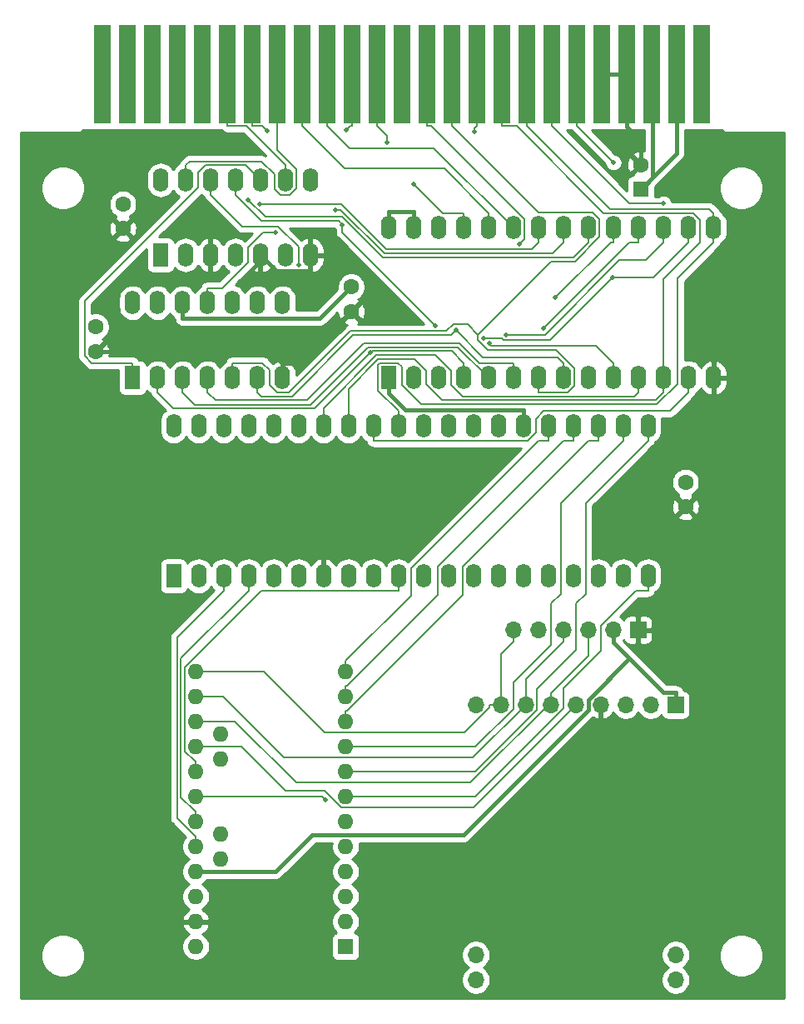
<source format=gbl>
G04 #@! TF.GenerationSoftware,KiCad,Pcbnew,(5.1.9)-1*
G04 #@! TF.CreationDate,2022-10-24T14:13:19+09:00*
G04 #@! TF.ProjectId,PC-6001mk2_SD,50432d36-3030-4316-9d6b-325f53442e6b,rev?*
G04 #@! TF.SameCoordinates,PX53920b0PY93c3260*
G04 #@! TF.FileFunction,Copper,L2,Bot*
G04 #@! TF.FilePolarity,Positive*
%FSLAX46Y46*%
G04 Gerber Fmt 4.6, Leading zero omitted, Abs format (unit mm)*
G04 Created by KiCad (PCBNEW (5.1.9)-1) date 2022-10-24 14:13:19*
%MOMM*%
%LPD*%
G01*
G04 APERTURE LIST*
G04 #@! TA.AperFunction,ComponentPad*
%ADD10C,1.600000*%
G04 #@! TD*
G04 #@! TA.AperFunction,ComponentPad*
%ADD11R,1.600000X2.400000*%
G04 #@! TD*
G04 #@! TA.AperFunction,ComponentPad*
%ADD12O,1.600000X2.400000*%
G04 #@! TD*
G04 #@! TA.AperFunction,ComponentPad*
%ADD13R,1.600000X1.600000*%
G04 #@! TD*
G04 #@! TA.AperFunction,ComponentPad*
%ADD14R,1.700000X1.700000*%
G04 #@! TD*
G04 #@! TA.AperFunction,ComponentPad*
%ADD15O,1.700000X1.700000*%
G04 #@! TD*
G04 #@! TA.AperFunction,ComponentPad*
%ADD16O,1.600000X1.600000*%
G04 #@! TD*
G04 #@! TA.AperFunction,ConnectorPad*
%ADD17R,1.780000X10.000000*%
G04 #@! TD*
G04 #@! TA.AperFunction,ViaPad*
%ADD18C,0.500000*%
G04 #@! TD*
G04 #@! TA.AperFunction,Conductor*
%ADD19C,0.400000*%
G04 #@! TD*
G04 #@! TA.AperFunction,Conductor*
%ADD20C,0.200000*%
G04 #@! TD*
G04 #@! TA.AperFunction,Conductor*
%ADD21C,0.254000*%
G04 #@! TD*
G04 #@! TA.AperFunction,Conductor*
%ADD22C,0.100000*%
G04 #@! TD*
G04 APERTURE END LIST*
D10*
X68310000Y53120000D03*
X68310000Y50620000D03*
D11*
X38130000Y63730000D03*
D12*
X71150000Y78970000D03*
X40670000Y63730000D03*
X68610000Y78970000D03*
X43210000Y63730000D03*
X66070000Y78970000D03*
X45750000Y63730000D03*
X63530000Y78970000D03*
X48290000Y63730000D03*
X60990000Y78970000D03*
X50830000Y63730000D03*
X58450000Y78970000D03*
X53370000Y63730000D03*
X55910000Y78970000D03*
X55910000Y63730000D03*
X53370000Y78970000D03*
X58450000Y63730000D03*
X50830000Y78970000D03*
X60990000Y63730000D03*
X48290000Y78970000D03*
X63530000Y63730000D03*
X45750000Y78970000D03*
X66070000Y63730000D03*
X43210000Y78970000D03*
X68610000Y63730000D03*
X40670000Y78970000D03*
X71150000Y63730000D03*
X38130000Y78970000D03*
D11*
X16240000Y43595000D03*
D12*
X64500000Y58835000D03*
X18780000Y43595000D03*
X61960000Y58835000D03*
X21320000Y43595000D03*
X59420000Y58835000D03*
X23860000Y43595000D03*
X56880000Y58835000D03*
X26400000Y43595000D03*
X54340000Y58835000D03*
X28940000Y43595000D03*
X51800000Y58835000D03*
X31480000Y43595000D03*
X49260000Y58835000D03*
X34020000Y43595000D03*
X46720000Y58835000D03*
X36560000Y43595000D03*
X44180000Y58835000D03*
X39100000Y43595000D03*
X41640000Y58835000D03*
X41640000Y43595000D03*
X39100000Y58835000D03*
X44180000Y43595000D03*
X36560000Y58835000D03*
X46720000Y43595000D03*
X34020000Y58835000D03*
X49260000Y43595000D03*
X31480000Y58835000D03*
X51800000Y43595000D03*
X28940000Y58835000D03*
X54340000Y43595000D03*
X26400000Y58835000D03*
X56880000Y43595000D03*
X23860000Y58835000D03*
X59420000Y43595000D03*
X21320000Y58835000D03*
X61960000Y43595000D03*
X18780000Y58835000D03*
X64500000Y43595000D03*
X16240000Y58835000D03*
D10*
X34320000Y72955000D03*
X34320000Y70455000D03*
D13*
X63770000Y82870000D03*
D10*
X63770000Y85370000D03*
X11075000Y78890000D03*
X11075000Y81390000D03*
X8319000Y68897000D03*
X8319000Y66397000D03*
D11*
X12065000Y63730000D03*
D12*
X27305000Y71350000D03*
X14605000Y63730000D03*
X24765000Y71350000D03*
X17145000Y63730000D03*
X22225000Y71350000D03*
X19685000Y63730000D03*
X19685000Y71350000D03*
X22225000Y63730000D03*
X17145000Y71350000D03*
X24765000Y63730000D03*
X14605000Y71350000D03*
X27305000Y63730000D03*
X12065000Y71350000D03*
D14*
X67310000Y30480000D03*
D15*
X64770000Y30480000D03*
X62230000Y30480000D03*
X59690000Y30480000D03*
X57150000Y30480000D03*
X54610000Y30480000D03*
X52070000Y30480000D03*
X49530000Y30480000D03*
X46990000Y30480000D03*
X46990000Y2540000D03*
X46990000Y5080000D03*
X67310000Y2540000D03*
X67310000Y5080000D03*
D13*
X33742000Y5918000D03*
D16*
X33742000Y8458000D03*
X33742000Y10998000D03*
X18502000Y33858000D03*
X33742000Y13538000D03*
X18502000Y31318000D03*
X33742000Y16078000D03*
X18502000Y28778000D03*
X33742000Y18618000D03*
X18502000Y26238000D03*
X33742000Y21158000D03*
X18502000Y23698000D03*
X33742000Y23698000D03*
X18502000Y21158000D03*
X33742000Y26238000D03*
X18502000Y18618000D03*
X33742000Y28778000D03*
X18502000Y16078000D03*
X33742000Y31318000D03*
X18502000Y13538000D03*
X33742000Y33858000D03*
X18502000Y10998000D03*
X18502000Y8458000D03*
X18502000Y5918000D03*
X21042000Y14808000D03*
X21042000Y17348000D03*
X21042000Y24968000D03*
X21042000Y27508000D03*
D12*
X14922000Y83820000D03*
X30162000Y76200000D03*
X17462000Y83820000D03*
X27622000Y76200000D03*
X20002000Y83820000D03*
X25082000Y76200000D03*
X22542000Y83820000D03*
X22542000Y76200000D03*
X25082000Y83820000D03*
X20002000Y76200000D03*
X27622000Y83820000D03*
X17462000Y76200000D03*
X30162000Y83820000D03*
D11*
X14922000Y76200000D03*
D17*
X9000000Y94615000D03*
X11540000Y94615000D03*
X14080000Y94615000D03*
X16620000Y94615000D03*
X19160000Y94615000D03*
X21700000Y94615000D03*
X24240000Y94615000D03*
X26780000Y94615000D03*
X29320000Y94615000D03*
X31860000Y94615000D03*
X34400000Y94615000D03*
X36940000Y94615000D03*
X39480000Y94615000D03*
X42020000Y94615000D03*
X44560000Y94615000D03*
X47100000Y94615000D03*
X49640000Y94615000D03*
X52180000Y94615000D03*
X54720000Y94615000D03*
X57260000Y94615000D03*
X59800000Y94615000D03*
X62340000Y94615000D03*
X64880000Y94615000D03*
X67420000Y94615000D03*
X69960000Y94615000D03*
D14*
X63500000Y38100000D03*
D15*
X60960000Y38100000D03*
X58420000Y38100000D03*
X55880000Y38100000D03*
X53340000Y38100000D03*
X50800000Y38100000D03*
D18*
X23000000Y73500000D03*
X60862700Y73907400D03*
X47789300Y67775200D03*
X66070000Y81422100D03*
X50065000Y68103600D03*
X53886400Y68774800D03*
X55088900Y71865600D03*
X60990000Y85603500D03*
X48347400Y67201700D03*
X40655000Y83407200D03*
X51434200Y77335100D03*
X44951900Y68555900D03*
X32681700Y80816700D03*
X37926800Y87634200D03*
X46878400Y88723700D03*
X36233200Y66276600D03*
X33417000Y79281800D03*
X33790900Y88887000D03*
X42899400Y69024500D03*
X25027500Y81405400D03*
X25733700Y88818200D03*
X26626100Y78465800D03*
X31706800Y20817800D03*
X23834800Y81808700D03*
X28940000Y75222600D03*
D19*
X62624600Y35185100D02*
X66079400Y31730300D01*
X66079400Y31730300D02*
X67310000Y31730300D01*
X60960000Y36849700D02*
X62624600Y35185100D01*
X18502000Y13538000D02*
X26621800Y13538000D01*
X26621800Y13538000D02*
X30372200Y17288400D01*
X30372200Y17288400D02*
X45773500Y17288400D01*
X45773500Y17288400D02*
X58420000Y29934900D01*
X58420000Y29934900D02*
X58420000Y30980500D01*
X58420000Y30980500D02*
X62624600Y35185100D01*
X67310000Y30480000D02*
X67310000Y31730300D01*
X60960000Y38100000D02*
X60960000Y36849700D01*
X40670000Y78970000D02*
X40670000Y80570300D01*
X38130000Y78970000D02*
X38130000Y80570300D01*
X38130000Y80570300D02*
X40670000Y80570300D01*
X17145000Y71350000D02*
X17145000Y69749700D01*
X34320000Y72955000D02*
X31114700Y69749700D01*
X31114700Y69749700D02*
X17145000Y69749700D01*
X38130000Y63730000D02*
X38130000Y62129700D01*
X51800000Y58835000D02*
X51800000Y60435300D01*
X51800000Y60435300D02*
X39824400Y60435300D01*
X39824400Y60435300D02*
X38130000Y62129700D01*
X64076800Y83176800D02*
X64970000Y84070000D01*
X63770000Y82870000D02*
X64076800Y83176800D01*
X64076800Y83176800D02*
X64970000Y84070000D01*
X63770000Y82870000D02*
X64076800Y83176800D01*
X64970000Y84070000D02*
X64970000Y94525000D01*
X64970000Y94525000D02*
X64880000Y94615000D01*
X64970000Y84070000D02*
X67420000Y86520000D01*
X67420000Y86520000D02*
X67420000Y94615000D01*
X34320000Y70455000D02*
X29045200Y65180200D01*
X29045200Y65180200D02*
X27305000Y65180200D01*
X27305000Y65180200D02*
X26088200Y66397000D01*
X26088200Y66397000D02*
X8319000Y66397000D01*
X27305000Y63730000D02*
X27305000Y65180200D01*
X63770000Y85370000D02*
X63770000Y87784700D01*
X63770000Y87784700D02*
X62340000Y89214700D01*
X62340000Y94615000D02*
X62340000Y89214700D01*
X62340000Y94615000D02*
X59800000Y94615000D01*
X26709401Y74572599D02*
X25082000Y76200000D01*
X30134599Y74572599D02*
X26709401Y74572599D01*
X30162000Y74600000D02*
X30134599Y74572599D01*
X30162000Y76200000D02*
X30162000Y74600000D01*
X25082000Y76200000D02*
X25082000Y75582000D01*
X25082000Y75582000D02*
X23000000Y73500000D01*
X23000000Y73500000D02*
X23000000Y73500000D01*
D20*
X63530000Y62229700D02*
X63129700Y61829400D01*
X63129700Y61829400D02*
X45651700Y61829400D01*
X45651700Y61829400D02*
X44480000Y63001100D01*
X44480000Y63001100D02*
X44480000Y64438000D01*
X44480000Y64438000D02*
X42887100Y66030900D01*
X42887100Y66030900D02*
X36874000Y66030900D01*
X36874000Y66030900D02*
X31480000Y60636900D01*
X31480000Y60636900D02*
X31480000Y60335300D01*
X63530000Y63730000D02*
X63530000Y62229700D01*
X31480000Y58835000D02*
X31480000Y60335300D01*
X49640000Y94615000D02*
X49640000Y89314700D01*
X49640000Y89314700D02*
X51120100Y89314700D01*
X51120100Y89314700D02*
X59964500Y80470300D01*
X59964500Y80470300D02*
X69070400Y80470300D01*
X69070400Y80470300D02*
X69793600Y79747100D01*
X69793600Y79747100D02*
X69793600Y77469600D01*
X69793600Y77469600D02*
X66070000Y73746000D01*
X66070000Y73746000D02*
X66070000Y63730000D01*
X66070000Y62229700D02*
X65269400Y61429100D01*
X65269400Y61429100D02*
X43512000Y61429100D01*
X43512000Y61429100D02*
X41895300Y63045800D01*
X41895300Y63045800D02*
X41895300Y64467200D01*
X41895300Y64467200D02*
X40731900Y65630600D01*
X40731900Y65630600D02*
X37039800Y65630600D01*
X37039800Y65630600D02*
X34020000Y62610800D01*
X34020000Y62610800D02*
X34020000Y60335300D01*
X34020000Y58835000D02*
X34020000Y60335300D01*
X66070000Y63730000D02*
X66070000Y62229700D01*
X36560000Y58835000D02*
X36560000Y57334700D01*
X68610000Y63730000D02*
X68610000Y62229700D01*
X68610000Y62229700D02*
X66745800Y60365500D01*
X66745800Y60365500D02*
X53899000Y60365500D01*
X53899000Y60365500D02*
X53070000Y59536500D01*
X53070000Y59536500D02*
X53070000Y58143100D01*
X53070000Y58143100D02*
X52261600Y57334700D01*
X52261600Y57334700D02*
X36560000Y57334700D01*
X39100000Y60335300D02*
X37003000Y62432300D01*
X37003000Y62432300D02*
X37003000Y65027700D01*
X37003000Y65027700D02*
X37205600Y65230300D01*
X37205600Y65230300D02*
X39056600Y65230300D01*
X39056600Y65230300D02*
X39461300Y64825600D01*
X39461300Y64825600D02*
X39461300Y62978100D01*
X39461300Y62978100D02*
X41430400Y61009000D01*
X41430400Y61009000D02*
X65415600Y61009000D01*
X65415600Y61009000D02*
X67509600Y63103000D01*
X67509600Y63103000D02*
X67509600Y73829300D01*
X67509600Y73829300D02*
X71150000Y77469700D01*
X71150000Y80470300D02*
X70749700Y80870600D01*
X70749700Y80870600D02*
X60624100Y80870600D01*
X60624100Y80870600D02*
X52180000Y89314700D01*
X71150000Y78970000D02*
X71150000Y80470300D01*
X52180000Y94615000D02*
X52180000Y89314700D01*
X71150000Y78970000D02*
X71150000Y77469700D01*
X39100000Y58835000D02*
X39100000Y60335300D01*
X60862700Y73907400D02*
X65047700Y73907400D01*
X65047700Y73907400D02*
X68610000Y77469700D01*
X47789300Y67775200D02*
X49615200Y67775200D01*
X49615200Y67775200D02*
X49837100Y67553300D01*
X49837100Y67553300D02*
X54508600Y67553300D01*
X54508600Y67553300D02*
X60862700Y73907400D01*
X68610000Y78970000D02*
X68610000Y77469700D01*
X54720000Y94615000D02*
X54720000Y89314700D01*
X54720000Y89314700D02*
X62612600Y81422100D01*
X62612600Y81422100D02*
X66070000Y81422100D01*
X66070000Y78970000D02*
X66070000Y77469700D01*
X50065000Y68103600D02*
X54030900Y68103600D01*
X54030900Y68103600D02*
X61584900Y75657600D01*
X61584900Y75657600D02*
X64257900Y75657600D01*
X64257900Y75657600D02*
X66070000Y77469700D01*
X63530000Y78970000D02*
X63530000Y77469700D01*
X63530000Y77469700D02*
X62581300Y77469700D01*
X62581300Y77469700D02*
X53886400Y68774800D01*
X60990000Y78970000D02*
X60990000Y77469700D01*
X60990000Y77469700D02*
X60693000Y77469700D01*
X60693000Y77469700D02*
X55088900Y71865600D01*
X57260000Y89314700D02*
X57278800Y89314700D01*
X57278800Y89314700D02*
X60990000Y85603500D01*
X57260000Y94615000D02*
X57260000Y89314700D01*
X48347400Y67201700D02*
X48574500Y66974600D01*
X48574500Y66974600D02*
X59245700Y66974600D01*
X59245700Y66974600D02*
X60990000Y65230300D01*
X60990000Y63730000D02*
X60990000Y65230300D01*
X40655000Y83407200D02*
X43591900Y80470300D01*
X43591900Y80470300D02*
X45750000Y80470300D01*
X45750000Y78970000D02*
X45750000Y80470300D01*
X42020000Y94615000D02*
X42020000Y89314700D01*
X42020000Y89314700D02*
X42466300Y89314700D01*
X42466300Y89314700D02*
X51936700Y79844300D01*
X51936700Y79844300D02*
X51936700Y77837600D01*
X51936700Y77837600D02*
X51434200Y77335100D01*
X48290000Y78970000D02*
X48290000Y80470300D01*
X29320000Y94615000D02*
X29320000Y89314700D01*
X29320000Y89314700D02*
X33651400Y84983300D01*
X33651400Y84983300D02*
X43777000Y84983300D01*
X43777000Y84983300D02*
X48290000Y80470300D01*
X55910000Y65230300D02*
X55325300Y65815000D01*
X55325300Y65815000D02*
X47692800Y65815000D01*
X47692800Y65815000D02*
X44951900Y68555900D01*
X24765000Y62229700D02*
X25165300Y61829400D01*
X25165300Y61829400D02*
X28294800Y61829400D01*
X28294800Y61829400D02*
X34521100Y68055700D01*
X34521100Y68055700D02*
X44451700Y68055700D01*
X44451700Y68055700D02*
X44951900Y68555900D01*
X55910000Y63730000D02*
X55910000Y65230300D01*
X24765000Y63730000D02*
X24765000Y62229700D01*
X55910000Y78970000D02*
X55910000Y77469700D01*
X55910000Y77469700D02*
X54809400Y76369100D01*
X54809400Y76369100D02*
X37695400Y76369100D01*
X37695400Y76369100D02*
X33247800Y80816700D01*
X33247800Y80816700D02*
X32681700Y80816700D01*
X47211200Y68097900D02*
X47211200Y67548900D01*
X47211200Y67548900D02*
X48185800Y66574300D01*
X48185800Y66574300D02*
X55132300Y66574300D01*
X55132300Y66574300D02*
X57027400Y64679200D01*
X57027400Y64679200D02*
X57027400Y62890900D01*
X57027400Y62890900D02*
X56366200Y62229700D01*
X56366200Y62229700D02*
X53370000Y62229700D01*
X44560000Y89314700D02*
X53357500Y80517200D01*
X53357500Y80517200D02*
X58885100Y80517200D01*
X58885100Y80517200D02*
X59575700Y79826600D01*
X59575700Y79826600D02*
X59575700Y78029100D01*
X59575700Y78029100D02*
X57097800Y75551200D01*
X57097800Y75551200D02*
X54664500Y75551200D01*
X54664500Y75551200D02*
X47211200Y68097900D01*
X22225000Y65230300D02*
X25285400Y65230300D01*
X25285400Y65230300D02*
X26035000Y64480700D01*
X26035000Y64480700D02*
X26035000Y62987100D01*
X26035000Y62987100D02*
X26792400Y62229700D01*
X26792400Y62229700D02*
X28005000Y62229700D01*
X28005000Y62229700D02*
X34231400Y68456100D01*
X34231400Y68456100D02*
X43987000Y68456100D01*
X43987000Y68456100D02*
X44703800Y69172900D01*
X44703800Y69172900D02*
X46136200Y69172900D01*
X46136200Y69172900D02*
X47211200Y68097900D01*
X22225000Y63730000D02*
X22225000Y65230300D01*
X53370000Y63730000D02*
X53370000Y62229700D01*
X44560000Y94615000D02*
X44560000Y89314700D01*
X50830000Y78970000D02*
X42731400Y87068600D01*
X42731400Y87068600D02*
X34106100Y87068600D01*
X34106100Y87068600D02*
X31860000Y89314700D01*
X31860000Y94615000D02*
X31860000Y89314700D01*
X50830000Y65230300D02*
X47355800Y65230300D01*
X47355800Y65230300D02*
X45351100Y67235000D01*
X45351100Y67235000D02*
X35590200Y67235000D01*
X35590200Y67235000D02*
X29784300Y61429100D01*
X29784300Y61429100D02*
X20485600Y61429100D01*
X20485600Y61429100D02*
X19685000Y62229700D01*
X19685000Y63730000D02*
X19685000Y62229700D01*
X50830000Y63730000D02*
X50830000Y65230300D01*
X36940000Y89314700D02*
X37926800Y88327900D01*
X37926800Y88327900D02*
X37926800Y87634200D01*
X36940000Y94615000D02*
X36940000Y89314700D01*
X17145000Y63730000D02*
X17145000Y62229700D01*
X48290000Y63730000D02*
X45185300Y66834700D01*
X45185300Y66834700D02*
X35990700Y66834700D01*
X35990700Y66834700D02*
X30160200Y61004200D01*
X30160200Y61004200D02*
X18370500Y61004200D01*
X18370500Y61004200D02*
X17145000Y62229700D01*
X47100000Y89314700D02*
X46878400Y89093100D01*
X46878400Y89093100D02*
X46878400Y88723700D01*
X47100000Y94615000D02*
X47100000Y89314700D01*
X14605000Y62229700D02*
X16230800Y60603900D01*
X16230800Y60603900D02*
X30560500Y60603900D01*
X30560500Y60603900D02*
X36233200Y66276600D01*
X14605000Y63730000D02*
X14605000Y62229700D01*
X45750000Y65230300D02*
X44549100Y66431200D01*
X44549100Y66431200D02*
X36387800Y66431200D01*
X36387800Y66431200D02*
X36233200Y66276600D01*
X45750000Y63730000D02*
X45750000Y65230300D01*
X33417000Y79281800D02*
X33417000Y78506900D01*
X33417000Y78506900D02*
X42899400Y69024500D01*
X22542000Y82319700D02*
X25210700Y79651000D01*
X25210700Y79651000D02*
X33047800Y79651000D01*
X33047800Y79651000D02*
X33417000Y79281800D01*
X34400000Y94615000D02*
X34400000Y89314700D01*
X34400000Y89314700D02*
X34218600Y89314700D01*
X34218600Y89314700D02*
X33790900Y88887000D01*
X22542000Y83820000D02*
X22542000Y82319700D01*
X53370000Y77469700D02*
X52677400Y76777100D01*
X52677400Y76777100D02*
X37909900Y76777100D01*
X37909900Y76777100D02*
X33281600Y81405400D01*
X33281600Y81405400D02*
X25027500Y81405400D01*
X53370000Y78970000D02*
X53370000Y77469700D01*
X26780000Y94615000D02*
X26780000Y86862200D01*
X26780000Y86862200D02*
X28722900Y84919300D01*
X28722900Y84919300D02*
X28722900Y82957400D01*
X28722900Y82957400D02*
X28041600Y82276100D01*
X28041600Y82276100D02*
X27148100Y82276100D01*
X27148100Y82276100D02*
X26493700Y82930500D01*
X26493700Y82930500D02*
X26493700Y84379500D01*
X26493700Y84379500D02*
X25152600Y85720600D01*
X25152600Y85720600D02*
X17862300Y85720600D01*
X17862300Y85720600D02*
X17462000Y85320300D01*
X17462000Y83820000D02*
X17462000Y85320300D01*
X24240000Y94615000D02*
X24240000Y89314700D01*
X24240000Y89314700D02*
X25237200Y89314700D01*
X25237200Y89314700D02*
X25733700Y88818200D01*
X19685000Y72850300D02*
X21185300Y72850300D01*
X21185300Y72850300D02*
X23812000Y75477000D01*
X23812000Y75477000D02*
X23812000Y76934500D01*
X23812000Y76934500D02*
X25343300Y78465800D01*
X25343300Y78465800D02*
X26626100Y78465800D01*
X19685000Y71350000D02*
X19685000Y72850300D01*
X64500000Y57334700D02*
X58150000Y50984700D01*
X58150000Y50984700D02*
X58150000Y41783200D01*
X58150000Y41783200D02*
X57150000Y40783200D01*
X57150000Y40783200D02*
X57150000Y36039600D01*
X57150000Y36039600D02*
X53220400Y32110000D01*
X53220400Y32110000D02*
X53220400Y29967200D01*
X53220400Y29967200D02*
X46951300Y23698100D01*
X46951300Y23698100D02*
X34842300Y23698100D01*
X34842300Y23698100D02*
X34842300Y23698000D01*
X33742000Y23698000D02*
X34842300Y23698000D01*
X64500000Y58835000D02*
X64500000Y57334700D01*
X61960000Y58835000D02*
X61960000Y57334700D01*
X33742000Y26238000D02*
X46947800Y26238000D01*
X46947800Y26238000D02*
X50800000Y30090200D01*
X50800000Y30090200D02*
X50800000Y32732500D01*
X50800000Y32732500D02*
X54610000Y36542500D01*
X54610000Y36542500D02*
X54610000Y40783200D01*
X54610000Y40783200D02*
X55610000Y41783200D01*
X55610000Y41783200D02*
X55610000Y50984700D01*
X55610000Y50984700D02*
X61960000Y57334700D01*
X21320000Y42094700D02*
X16578300Y37353000D01*
X16578300Y37353000D02*
X16578300Y18964600D01*
X16578300Y18964600D02*
X18364600Y17178300D01*
X18364600Y17178300D02*
X18502000Y17178300D01*
X21320000Y43595000D02*
X21320000Y42094700D01*
X18502000Y16078000D02*
X18502000Y17178300D01*
X59420000Y58835000D02*
X59420000Y57334700D01*
X33742000Y28778000D02*
X33742000Y29878300D01*
X33742000Y29878300D02*
X33879500Y29878300D01*
X33879500Y29878300D02*
X45619400Y41618200D01*
X45619400Y41618200D02*
X45619400Y44512200D01*
X45619400Y44512200D02*
X58441900Y57334700D01*
X58441900Y57334700D02*
X59420000Y57334700D01*
X23860000Y42094700D02*
X16979800Y35214500D01*
X16979800Y35214500D02*
X16979800Y21103000D01*
X16979800Y21103000D02*
X18364500Y19718300D01*
X18364500Y19718300D02*
X18502000Y19718300D01*
X23860000Y43595000D02*
X23860000Y42094700D01*
X18502000Y18618000D02*
X18502000Y19718300D01*
X56880000Y58835000D02*
X56880000Y57334700D01*
X33742000Y31318000D02*
X33742000Y32418300D01*
X33742000Y32418300D02*
X33879500Y32418300D01*
X33879500Y32418300D02*
X43079400Y41618200D01*
X43079400Y41618200D02*
X43079400Y44512200D01*
X43079400Y44512200D02*
X55901900Y57334700D01*
X55901900Y57334700D02*
X56880000Y57334700D01*
X33742000Y34958300D02*
X40370000Y41586300D01*
X40370000Y41586300D02*
X40370000Y44342900D01*
X40370000Y44342900D02*
X53361800Y57334700D01*
X53361800Y57334700D02*
X54340000Y57334700D01*
X54340000Y58835000D02*
X54340000Y57334700D01*
X33742000Y33858000D02*
X33742000Y34958300D01*
X39100000Y43595000D02*
X39100000Y42094700D01*
X18502000Y23698000D02*
X18502000Y24798300D01*
X18502000Y24798300D02*
X18364500Y24798300D01*
X18364500Y24798300D02*
X17380200Y25782600D01*
X17380200Y25782600D02*
X17380200Y34297600D01*
X17380200Y34297600D02*
X25177300Y42094700D01*
X25177300Y42094700D02*
X39100000Y42094700D01*
X18502000Y21158000D02*
X31366600Y21158000D01*
X31366600Y21158000D02*
X31706800Y20817800D01*
X33742000Y21158000D02*
X34842300Y21158000D01*
X64500000Y42094700D02*
X63260800Y42094700D01*
X63260800Y42094700D02*
X59690000Y38523900D01*
X59690000Y38523900D02*
X59690000Y35978700D01*
X59690000Y35978700D02*
X55923400Y32212100D01*
X55923400Y32212100D02*
X55923400Y30116200D01*
X55923400Y30116200D02*
X46965300Y21158100D01*
X46965300Y21158100D02*
X34842300Y21158100D01*
X34842300Y21158100D02*
X34842300Y21158000D01*
X64500000Y43595000D02*
X64500000Y42094700D01*
X21700000Y89314700D02*
X23627600Y89314700D01*
X23627600Y89314700D02*
X27622000Y85320300D01*
X27622000Y83820000D02*
X27622000Y85320300D01*
X21700000Y94615000D02*
X21700000Y89314700D01*
X12065000Y63730000D02*
X12065000Y65230300D01*
X25082000Y83820000D02*
X23581700Y85320300D01*
X23581700Y85320300D02*
X19503300Y85320300D01*
X19503300Y85320300D02*
X18732000Y84549000D01*
X18732000Y84549000D02*
X18732000Y83046800D01*
X18732000Y83046800D02*
X7194200Y71509000D01*
X7194200Y71509000D02*
X7194200Y65916400D01*
X7194200Y65916400D02*
X7880300Y65230300D01*
X7880300Y65230300D02*
X12065000Y65230300D01*
X57150000Y30480000D02*
X46724100Y20054100D01*
X46724100Y20054100D02*
X33287500Y20054100D01*
X33287500Y20054100D02*
X31613800Y21727800D01*
X31613800Y21727800D02*
X27612300Y21727800D01*
X27612300Y21727800D02*
X23102100Y26238000D01*
X23102100Y26238000D02*
X18502000Y26238000D01*
X58420000Y38100000D02*
X58420000Y35440300D01*
X58420000Y35440300D02*
X54610000Y31630300D01*
X18502000Y28778000D02*
X22501500Y28778000D01*
X22501500Y28778000D02*
X28698700Y22580800D01*
X28698700Y22580800D02*
X46413900Y22580800D01*
X46413900Y22580800D02*
X54610000Y30776900D01*
X54610000Y30776900D02*
X54610000Y31630300D01*
X54610000Y30480000D02*
X54610000Y30776900D01*
X52070000Y30480000D02*
X46713900Y25123900D01*
X46713900Y25123900D02*
X27446300Y25123900D01*
X27446300Y25123900D02*
X21252200Y31318000D01*
X21252200Y31318000D02*
X18502000Y31318000D01*
X52070000Y30480000D02*
X52070000Y33139700D01*
X52070000Y33139700D02*
X55880000Y36949700D01*
X55880000Y38100000D02*
X55880000Y36949700D01*
X49530000Y30480000D02*
X48379700Y30480000D01*
X18502000Y33858000D02*
X25389800Y33858000D01*
X25389800Y33858000D02*
X31598900Y27648900D01*
X31598900Y27648900D02*
X45786900Y27648900D01*
X45786900Y27648900D02*
X48379700Y30241700D01*
X48379700Y30241700D02*
X48379700Y30480000D01*
X50800000Y38100000D02*
X50800000Y36949700D01*
X50800000Y36949700D02*
X49530000Y35679700D01*
X49530000Y35679700D02*
X49530000Y30480000D01*
X58450000Y77469700D02*
X56931900Y75951600D01*
X56931900Y75951600D02*
X37546800Y75951600D01*
X37546800Y75951600D02*
X33415600Y80082800D01*
X33415600Y80082800D02*
X25560700Y80082800D01*
X25560700Y80082800D02*
X23834800Y81808700D01*
X58450000Y78970000D02*
X58450000Y77469700D01*
X20002000Y83820000D02*
X20002000Y82319700D01*
X20002000Y82319700D02*
X23211000Y79110700D01*
X23211000Y79110700D02*
X26851000Y79110700D01*
X26851000Y79110700D02*
X28940000Y77021700D01*
X28940000Y77021700D02*
X28940000Y75222600D01*
D21*
X21177762Y88792462D02*
X21289680Y88700613D01*
X21417367Y88632363D01*
X21555915Y88590335D01*
X21663895Y88579700D01*
X21700000Y88576144D01*
X21736105Y88579700D01*
X23323154Y88579700D01*
X25592177Y86310676D01*
X25562920Y86334687D01*
X25435233Y86402937D01*
X25296685Y86444965D01*
X25188705Y86455600D01*
X25152600Y86459156D01*
X25116495Y86455600D01*
X17898405Y86455600D01*
X17862300Y86459156D01*
X17718215Y86444965D01*
X17579666Y86402937D01*
X17548472Y86386263D01*
X17451980Y86334687D01*
X17340062Y86242838D01*
X17317041Y86214787D01*
X16967808Y85865554D01*
X16939763Y85842538D01*
X16847914Y85730620D01*
X16809021Y85657856D01*
X16779664Y85602933D01*
X16737635Y85464385D01*
X16737174Y85459702D01*
X16660899Y85418932D01*
X16442392Y85239607D01*
X16263068Y85021100D01*
X16192000Y84888142D01*
X16120932Y85021101D01*
X15941607Y85239608D01*
X15723100Y85418932D01*
X15473807Y85552182D01*
X15203308Y85634236D01*
X14922000Y85661943D01*
X14640691Y85634236D01*
X14370192Y85552182D01*
X14120899Y85418932D01*
X13902392Y85239607D01*
X13723068Y85021100D01*
X13589818Y84771807D01*
X13507764Y84501308D01*
X13487000Y84290491D01*
X13487000Y83349508D01*
X13507764Y83138691D01*
X13589818Y82868192D01*
X13723068Y82618899D01*
X13902393Y82400392D01*
X14120900Y82221068D01*
X14370193Y82087818D01*
X14640692Y82005764D01*
X14922000Y81978057D01*
X15203309Y82005764D01*
X15473808Y82087818D01*
X15723101Y82221068D01*
X15941608Y82400392D01*
X16120932Y82618899D01*
X16192000Y82751858D01*
X16263068Y82618899D01*
X16442393Y82400392D01*
X16660900Y82221068D01*
X16795093Y82149340D01*
X6700008Y72054254D01*
X6671962Y72031237D01*
X6580113Y71919319D01*
X6511863Y71791632D01*
X6507860Y71778435D01*
X6469835Y71653085D01*
X6455644Y71509000D01*
X6459200Y71472895D01*
X6459201Y65952515D01*
X6455644Y65916400D01*
X6469835Y65772315D01*
X6509431Y65641787D01*
X6511864Y65633767D01*
X6580114Y65506080D01*
X6671963Y65394162D01*
X6700008Y65371146D01*
X7335046Y64736107D01*
X7358062Y64708062D01*
X7469980Y64616213D01*
X7597667Y64547963D01*
X7700385Y64516804D01*
X7736215Y64505935D01*
X7880300Y64491744D01*
X7916405Y64495300D01*
X10626928Y64495300D01*
X10626928Y62530000D01*
X10639188Y62405518D01*
X10675498Y62285820D01*
X10734463Y62175506D01*
X10813815Y62078815D01*
X10910506Y61999463D01*
X11020820Y61940498D01*
X11140518Y61904188D01*
X11265000Y61891928D01*
X12865000Y61891928D01*
X12989482Y61904188D01*
X13109180Y61940498D01*
X13219494Y61999463D01*
X13316185Y62078815D01*
X13395537Y62175506D01*
X13454502Y62285820D01*
X13490812Y62405518D01*
X13492581Y62423483D01*
X13585393Y62310392D01*
X13803900Y62131068D01*
X13880174Y62090299D01*
X13880635Y62085615D01*
X13921368Y61951338D01*
X13922664Y61947067D01*
X13990914Y61819380D01*
X14082763Y61707462D01*
X14110807Y61684447D01*
X15396290Y60398963D01*
X15220392Y60254607D01*
X15041068Y60036100D01*
X14907818Y59786807D01*
X14825764Y59516308D01*
X14805000Y59305491D01*
X14805000Y58364508D01*
X14825764Y58153691D01*
X14907818Y57883192D01*
X15041068Y57633899D01*
X15220393Y57415392D01*
X15438900Y57236068D01*
X15688193Y57102818D01*
X15958692Y57020764D01*
X16240000Y56993057D01*
X16521309Y57020764D01*
X16791808Y57102818D01*
X17041101Y57236068D01*
X17259608Y57415392D01*
X17438932Y57633899D01*
X17510000Y57766858D01*
X17581068Y57633899D01*
X17760393Y57415392D01*
X17978900Y57236068D01*
X18228193Y57102818D01*
X18498692Y57020764D01*
X18780000Y56993057D01*
X19061309Y57020764D01*
X19331808Y57102818D01*
X19581101Y57236068D01*
X19799608Y57415392D01*
X19978932Y57633899D01*
X20050000Y57766858D01*
X20121068Y57633899D01*
X20300393Y57415392D01*
X20518900Y57236068D01*
X20768193Y57102818D01*
X21038692Y57020764D01*
X21320000Y56993057D01*
X21601309Y57020764D01*
X21871808Y57102818D01*
X22121101Y57236068D01*
X22339608Y57415392D01*
X22518932Y57633899D01*
X22590000Y57766858D01*
X22661068Y57633899D01*
X22840393Y57415392D01*
X23058900Y57236068D01*
X23308193Y57102818D01*
X23578692Y57020764D01*
X23860000Y56993057D01*
X24141309Y57020764D01*
X24411808Y57102818D01*
X24661101Y57236068D01*
X24879608Y57415392D01*
X25058932Y57633899D01*
X25130000Y57766858D01*
X25201068Y57633899D01*
X25380393Y57415392D01*
X25598900Y57236068D01*
X25848193Y57102818D01*
X26118692Y57020764D01*
X26400000Y56993057D01*
X26681309Y57020764D01*
X26951808Y57102818D01*
X27201101Y57236068D01*
X27419608Y57415392D01*
X27598932Y57633899D01*
X27670000Y57766858D01*
X27741068Y57633899D01*
X27920393Y57415392D01*
X28138900Y57236068D01*
X28388193Y57102818D01*
X28658692Y57020764D01*
X28940000Y56993057D01*
X29221309Y57020764D01*
X29491808Y57102818D01*
X29741101Y57236068D01*
X29959608Y57415392D01*
X30138932Y57633899D01*
X30210000Y57766858D01*
X30281068Y57633899D01*
X30460393Y57415392D01*
X30678900Y57236068D01*
X30928193Y57102818D01*
X31198692Y57020764D01*
X31480000Y56993057D01*
X31761309Y57020764D01*
X32031808Y57102818D01*
X32281101Y57236068D01*
X32499608Y57415392D01*
X32678932Y57633899D01*
X32750000Y57766858D01*
X32821068Y57633899D01*
X33000393Y57415392D01*
X33218900Y57236068D01*
X33468193Y57102818D01*
X33738692Y57020764D01*
X34020000Y56993057D01*
X34301309Y57020764D01*
X34571808Y57102818D01*
X34821101Y57236068D01*
X35039608Y57415392D01*
X35218932Y57633899D01*
X35290000Y57766858D01*
X35361068Y57633899D01*
X35540393Y57415392D01*
X35758900Y57236068D01*
X35835174Y57195299D01*
X35835635Y57190615D01*
X35877663Y57052067D01*
X35945913Y56924380D01*
X36037762Y56812462D01*
X36149680Y56720613D01*
X36277367Y56652363D01*
X36415915Y56610335D01*
X36523895Y56599700D01*
X36560000Y56596144D01*
X36596105Y56599700D01*
X51587353Y56599700D01*
X40055156Y45067502D01*
X39901100Y45193932D01*
X39651807Y45327182D01*
X39381308Y45409236D01*
X39100000Y45436943D01*
X38818691Y45409236D01*
X38548192Y45327182D01*
X38298899Y45193932D01*
X38080392Y45014607D01*
X37901068Y44796100D01*
X37830000Y44663142D01*
X37758932Y44796101D01*
X37579607Y45014608D01*
X37361100Y45193932D01*
X37111807Y45327182D01*
X36841308Y45409236D01*
X36560000Y45436943D01*
X36278691Y45409236D01*
X36008192Y45327182D01*
X35758899Y45193932D01*
X35540392Y45014607D01*
X35361068Y44796100D01*
X35290000Y44663142D01*
X35218932Y44796101D01*
X35039607Y45014608D01*
X34821100Y45193932D01*
X34571807Y45327182D01*
X34301308Y45409236D01*
X34020000Y45436943D01*
X33738691Y45409236D01*
X33468192Y45327182D01*
X33218899Y45193932D01*
X33000392Y45014607D01*
X32821068Y44796100D01*
X32752735Y44668258D01*
X32602601Y44897839D01*
X32404895Y45099500D01*
X32171646Y45258715D01*
X31911818Y45369367D01*
X31829039Y45386904D01*
X31607000Y45264915D01*
X31607000Y43722000D01*
X31627000Y43722000D01*
X31627000Y43468000D01*
X31607000Y43468000D01*
X31607000Y43448000D01*
X31353000Y43448000D01*
X31353000Y43468000D01*
X31333000Y43468000D01*
X31333000Y43722000D01*
X31353000Y43722000D01*
X31353000Y45264915D01*
X31130961Y45386904D01*
X31048182Y45369367D01*
X30788354Y45258715D01*
X30555105Y45099500D01*
X30357399Y44897839D01*
X30207265Y44668259D01*
X30138932Y44796101D01*
X29959607Y45014608D01*
X29741100Y45193932D01*
X29491807Y45327182D01*
X29221308Y45409236D01*
X28940000Y45436943D01*
X28658691Y45409236D01*
X28388192Y45327182D01*
X28138899Y45193932D01*
X27920392Y45014607D01*
X27741068Y44796100D01*
X27670000Y44663142D01*
X27598932Y44796101D01*
X27419607Y45014608D01*
X27201100Y45193932D01*
X26951807Y45327182D01*
X26681308Y45409236D01*
X26400000Y45436943D01*
X26118691Y45409236D01*
X25848192Y45327182D01*
X25598899Y45193932D01*
X25380392Y45014607D01*
X25201068Y44796100D01*
X25130000Y44663142D01*
X25058932Y44796101D01*
X24879607Y45014608D01*
X24661100Y45193932D01*
X24411807Y45327182D01*
X24141308Y45409236D01*
X23860000Y45436943D01*
X23578691Y45409236D01*
X23308192Y45327182D01*
X23058899Y45193932D01*
X22840392Y45014607D01*
X22661068Y44796100D01*
X22590000Y44663142D01*
X22518932Y44796101D01*
X22339607Y45014608D01*
X22121100Y45193932D01*
X21871807Y45327182D01*
X21601308Y45409236D01*
X21320000Y45436943D01*
X21038691Y45409236D01*
X20768192Y45327182D01*
X20518899Y45193932D01*
X20300392Y45014607D01*
X20121068Y44796100D01*
X20050000Y44663142D01*
X19978932Y44796101D01*
X19799607Y45014608D01*
X19581100Y45193932D01*
X19331807Y45327182D01*
X19061308Y45409236D01*
X18780000Y45436943D01*
X18498691Y45409236D01*
X18228192Y45327182D01*
X17978899Y45193932D01*
X17760392Y45014607D01*
X17667581Y44901517D01*
X17665812Y44919482D01*
X17629502Y45039180D01*
X17570537Y45149494D01*
X17491185Y45246185D01*
X17394494Y45325537D01*
X17284180Y45384502D01*
X17164482Y45420812D01*
X17040000Y45433072D01*
X15440000Y45433072D01*
X15315518Y45420812D01*
X15195820Y45384502D01*
X15085506Y45325537D01*
X14988815Y45246185D01*
X14909463Y45149494D01*
X14850498Y45039180D01*
X14814188Y44919482D01*
X14801928Y44795000D01*
X14801928Y42395000D01*
X14814188Y42270518D01*
X14850498Y42150820D01*
X14909463Y42040506D01*
X14988815Y41943815D01*
X15085506Y41864463D01*
X15195820Y41805498D01*
X15315518Y41769188D01*
X15440000Y41756928D01*
X17040000Y41756928D01*
X17164482Y41769188D01*
X17284180Y41805498D01*
X17394494Y41864463D01*
X17491185Y41943815D01*
X17570537Y42040506D01*
X17629502Y42150820D01*
X17665812Y42270518D01*
X17667581Y42288483D01*
X17760393Y42175392D01*
X17978900Y41996068D01*
X18228193Y41862818D01*
X18498692Y41780764D01*
X18780000Y41753057D01*
X19061309Y41780764D01*
X19331808Y41862818D01*
X19581101Y41996068D01*
X19799608Y42175392D01*
X19978932Y42393899D01*
X20050000Y42526858D01*
X20121068Y42393899D01*
X20300393Y42175392D01*
X20333816Y42147963D01*
X16084108Y37898254D01*
X16056062Y37875237D01*
X15964213Y37763319D01*
X15895963Y37635632D01*
X15874169Y37563787D01*
X15853935Y37497085D01*
X15839744Y37353000D01*
X15843300Y37316895D01*
X15843301Y19000715D01*
X15839744Y18964600D01*
X15853935Y18820515D01*
X15895964Y18681967D01*
X15964214Y18554280D01*
X16056063Y18442362D01*
X16084108Y18419346D01*
X17449029Y17054425D01*
X17387363Y16992759D01*
X17230320Y16757727D01*
X17122147Y16496574D01*
X17067000Y16219335D01*
X17067000Y15936665D01*
X17122147Y15659426D01*
X17230320Y15398273D01*
X17387363Y15163241D01*
X17587241Y14963363D01*
X17819759Y14808000D01*
X17587241Y14652637D01*
X17387363Y14452759D01*
X17230320Y14217727D01*
X17122147Y13956574D01*
X17067000Y13679335D01*
X17067000Y13396665D01*
X17122147Y13119426D01*
X17230320Y12858273D01*
X17387363Y12623241D01*
X17587241Y12423363D01*
X17819759Y12268000D01*
X17587241Y12112637D01*
X17387363Y11912759D01*
X17230320Y11677727D01*
X17122147Y11416574D01*
X17067000Y11139335D01*
X17067000Y10856665D01*
X17122147Y10579426D01*
X17230320Y10318273D01*
X17387363Y10083241D01*
X17587241Y9883363D01*
X17822273Y9726320D01*
X17832865Y9721933D01*
X17646869Y9610385D01*
X17438481Y9421414D01*
X17270963Y9195420D01*
X17150754Y8941087D01*
X17110096Y8807039D01*
X17232085Y8585000D01*
X18375000Y8585000D01*
X18375000Y8605000D01*
X18629000Y8605000D01*
X18629000Y8585000D01*
X19771915Y8585000D01*
X19893904Y8807039D01*
X19853246Y8941087D01*
X19733037Y9195420D01*
X19565519Y9421414D01*
X19357131Y9610385D01*
X19171135Y9721933D01*
X19181727Y9726320D01*
X19416759Y9883363D01*
X19616637Y10083241D01*
X19773680Y10318273D01*
X19881853Y10579426D01*
X19937000Y10856665D01*
X19937000Y11139335D01*
X19881853Y11416574D01*
X19773680Y11677727D01*
X19616637Y11912759D01*
X19416759Y12112637D01*
X19184241Y12268000D01*
X19416759Y12423363D01*
X19616637Y12623241D01*
X19669930Y12703000D01*
X26580782Y12703000D01*
X26621800Y12698960D01*
X26662818Y12703000D01*
X26662819Y12703000D01*
X26785489Y12715082D01*
X26942887Y12762828D01*
X27087946Y12840364D01*
X27215091Y12944709D01*
X27241246Y12976579D01*
X30718069Y16453400D01*
X32353559Y16453400D01*
X32307000Y16219335D01*
X32307000Y15936665D01*
X32362147Y15659426D01*
X32470320Y15398273D01*
X32627363Y15163241D01*
X32827241Y14963363D01*
X33059759Y14808000D01*
X32827241Y14652637D01*
X32627363Y14452759D01*
X32470320Y14217727D01*
X32362147Y13956574D01*
X32307000Y13679335D01*
X32307000Y13396665D01*
X32362147Y13119426D01*
X32470320Y12858273D01*
X32627363Y12623241D01*
X32827241Y12423363D01*
X33059759Y12268000D01*
X32827241Y12112637D01*
X32627363Y11912759D01*
X32470320Y11677727D01*
X32362147Y11416574D01*
X32307000Y11139335D01*
X32307000Y10856665D01*
X32362147Y10579426D01*
X32470320Y10318273D01*
X32627363Y10083241D01*
X32827241Y9883363D01*
X33059759Y9728000D01*
X32827241Y9572637D01*
X32627363Y9372759D01*
X32470320Y9137727D01*
X32362147Y8876574D01*
X32307000Y8599335D01*
X32307000Y8316665D01*
X32362147Y8039426D01*
X32470320Y7778273D01*
X32627363Y7543241D01*
X32825961Y7344643D01*
X32817518Y7343812D01*
X32697820Y7307502D01*
X32587506Y7248537D01*
X32490815Y7169185D01*
X32411463Y7072494D01*
X32352498Y6962180D01*
X32316188Y6842482D01*
X32303928Y6718000D01*
X32303928Y5118000D01*
X32316188Y4993518D01*
X32352498Y4873820D01*
X32411463Y4763506D01*
X32490815Y4666815D01*
X32587506Y4587463D01*
X32697820Y4528498D01*
X32817518Y4492188D01*
X32942000Y4479928D01*
X34542000Y4479928D01*
X34666482Y4492188D01*
X34786180Y4528498D01*
X34896494Y4587463D01*
X34993185Y4666815D01*
X35072537Y4763506D01*
X35131502Y4873820D01*
X35167812Y4993518D01*
X35180072Y5118000D01*
X35180072Y5226260D01*
X45505000Y5226260D01*
X45505000Y4933740D01*
X45562068Y4646842D01*
X45674010Y4376589D01*
X45836525Y4133368D01*
X46043368Y3926525D01*
X46217760Y3810000D01*
X46043368Y3693475D01*
X45836525Y3486632D01*
X45674010Y3243411D01*
X45562068Y2973158D01*
X45505000Y2686260D01*
X45505000Y2393740D01*
X45562068Y2106842D01*
X45674010Y1836589D01*
X45836525Y1593368D01*
X46043368Y1386525D01*
X46286589Y1224010D01*
X46556842Y1112068D01*
X46843740Y1055000D01*
X47136260Y1055000D01*
X47423158Y1112068D01*
X47693411Y1224010D01*
X47936632Y1386525D01*
X48143475Y1593368D01*
X48305990Y1836589D01*
X48417932Y2106842D01*
X48475000Y2393740D01*
X48475000Y2686260D01*
X48417932Y2973158D01*
X48305990Y3243411D01*
X48143475Y3486632D01*
X47936632Y3693475D01*
X47762240Y3810000D01*
X47936632Y3926525D01*
X48143475Y4133368D01*
X48305990Y4376589D01*
X48417932Y4646842D01*
X48475000Y4933740D01*
X48475000Y5226260D01*
X65825000Y5226260D01*
X65825000Y4933740D01*
X65882068Y4646842D01*
X65994010Y4376589D01*
X66156525Y4133368D01*
X66363368Y3926525D01*
X66537760Y3810000D01*
X66363368Y3693475D01*
X66156525Y3486632D01*
X65994010Y3243411D01*
X65882068Y2973158D01*
X65825000Y2686260D01*
X65825000Y2393740D01*
X65882068Y2106842D01*
X65994010Y1836589D01*
X66156525Y1593368D01*
X66363368Y1386525D01*
X66606589Y1224010D01*
X66876842Y1112068D01*
X67163740Y1055000D01*
X67456260Y1055000D01*
X67743158Y1112068D01*
X68013411Y1224010D01*
X68256632Y1386525D01*
X68463475Y1593368D01*
X68625990Y1836589D01*
X68737932Y2106842D01*
X68795000Y2393740D01*
X68795000Y2686260D01*
X68737932Y2973158D01*
X68625990Y3243411D01*
X68463475Y3486632D01*
X68256632Y3693475D01*
X68082240Y3810000D01*
X68256632Y3926525D01*
X68463475Y4133368D01*
X68625990Y4376589D01*
X68737932Y4646842D01*
X68795000Y4933740D01*
X68795000Y5220128D01*
X71765000Y5220128D01*
X71765000Y4779872D01*
X71850890Y4348075D01*
X72019369Y3941331D01*
X72263962Y3575271D01*
X72575271Y3263962D01*
X72941331Y3019369D01*
X73348075Y2850890D01*
X73779872Y2765000D01*
X74220128Y2765000D01*
X74651925Y2850890D01*
X75058669Y3019369D01*
X75424729Y3263962D01*
X75736038Y3575271D01*
X75980631Y3941331D01*
X76149110Y4348075D01*
X76235000Y4779872D01*
X76235000Y5220128D01*
X76149110Y5651925D01*
X75980631Y6058669D01*
X75736038Y6424729D01*
X75424729Y6736038D01*
X75058669Y6980631D01*
X74651925Y7149110D01*
X74220128Y7235000D01*
X73779872Y7235000D01*
X73348075Y7149110D01*
X72941331Y6980631D01*
X72575271Y6736038D01*
X72263962Y6424729D01*
X72019369Y6058669D01*
X71850890Y5651925D01*
X71765000Y5220128D01*
X68795000Y5220128D01*
X68795000Y5226260D01*
X68737932Y5513158D01*
X68625990Y5783411D01*
X68463475Y6026632D01*
X68256632Y6233475D01*
X68013411Y6395990D01*
X67743158Y6507932D01*
X67456260Y6565000D01*
X67163740Y6565000D01*
X66876842Y6507932D01*
X66606589Y6395990D01*
X66363368Y6233475D01*
X66156525Y6026632D01*
X65994010Y5783411D01*
X65882068Y5513158D01*
X65825000Y5226260D01*
X48475000Y5226260D01*
X48417932Y5513158D01*
X48305990Y5783411D01*
X48143475Y6026632D01*
X47936632Y6233475D01*
X47693411Y6395990D01*
X47423158Y6507932D01*
X47136260Y6565000D01*
X46843740Y6565000D01*
X46556842Y6507932D01*
X46286589Y6395990D01*
X46043368Y6233475D01*
X45836525Y6026632D01*
X45674010Y5783411D01*
X45562068Y5513158D01*
X45505000Y5226260D01*
X35180072Y5226260D01*
X35180072Y6718000D01*
X35167812Y6842482D01*
X35131502Y6962180D01*
X35072537Y7072494D01*
X34993185Y7169185D01*
X34896494Y7248537D01*
X34786180Y7307502D01*
X34666482Y7343812D01*
X34658039Y7344643D01*
X34856637Y7543241D01*
X35013680Y7778273D01*
X35121853Y8039426D01*
X35177000Y8316665D01*
X35177000Y8599335D01*
X35121853Y8876574D01*
X35013680Y9137727D01*
X34856637Y9372759D01*
X34656759Y9572637D01*
X34424241Y9728000D01*
X34656759Y9883363D01*
X34856637Y10083241D01*
X35013680Y10318273D01*
X35121853Y10579426D01*
X35177000Y10856665D01*
X35177000Y11139335D01*
X35121853Y11416574D01*
X35013680Y11677727D01*
X34856637Y11912759D01*
X34656759Y12112637D01*
X34424241Y12268000D01*
X34656759Y12423363D01*
X34856637Y12623241D01*
X35013680Y12858273D01*
X35121853Y13119426D01*
X35177000Y13396665D01*
X35177000Y13679335D01*
X35121853Y13956574D01*
X35013680Y14217727D01*
X34856637Y14452759D01*
X34656759Y14652637D01*
X34424241Y14808000D01*
X34656759Y14963363D01*
X34856637Y15163241D01*
X35013680Y15398273D01*
X35121853Y15659426D01*
X35177000Y15936665D01*
X35177000Y16219335D01*
X35130441Y16453400D01*
X45732482Y16453400D01*
X45773500Y16449360D01*
X45814518Y16453400D01*
X45814519Y16453400D01*
X45937189Y16465482D01*
X46094587Y16513228D01*
X46239646Y16590764D01*
X46366791Y16695109D01*
X46392946Y16726979D01*
X58895156Y29229187D01*
X58923080Y29208359D01*
X59185901Y29083175D01*
X59333110Y29038524D01*
X59563000Y29159845D01*
X59563000Y30353000D01*
X59543000Y30353000D01*
X59543000Y30607000D01*
X59563000Y30607000D01*
X59563000Y30627000D01*
X59817000Y30627000D01*
X59817000Y30607000D01*
X59837000Y30607000D01*
X59837000Y30353000D01*
X59817000Y30353000D01*
X59817000Y29159845D01*
X60046890Y29038524D01*
X60194099Y29083175D01*
X60456920Y29208359D01*
X60690269Y29382412D01*
X60885178Y29598645D01*
X60954805Y29715534D01*
X61076525Y29533368D01*
X61283368Y29326525D01*
X61526589Y29164010D01*
X61796842Y29052068D01*
X62083740Y28995000D01*
X62376260Y28995000D01*
X62663158Y29052068D01*
X62933411Y29164010D01*
X63176632Y29326525D01*
X63383475Y29533368D01*
X63500000Y29707760D01*
X63616525Y29533368D01*
X63823368Y29326525D01*
X64066589Y29164010D01*
X64336842Y29052068D01*
X64623740Y28995000D01*
X64916260Y28995000D01*
X65203158Y29052068D01*
X65473411Y29164010D01*
X65716632Y29326525D01*
X65848487Y29458380D01*
X65870498Y29385820D01*
X65929463Y29275506D01*
X66008815Y29178815D01*
X66105506Y29099463D01*
X66215820Y29040498D01*
X66335518Y29004188D01*
X66460000Y28991928D01*
X68160000Y28991928D01*
X68284482Y29004188D01*
X68404180Y29040498D01*
X68514494Y29099463D01*
X68611185Y29178815D01*
X68690537Y29275506D01*
X68749502Y29385820D01*
X68785812Y29505518D01*
X68798072Y29630000D01*
X68798072Y31330000D01*
X68785812Y31454482D01*
X68749502Y31574180D01*
X68690537Y31684494D01*
X68611185Y31781185D01*
X68514494Y31860537D01*
X68404180Y31919502D01*
X68284482Y31955812D01*
X68160000Y31968072D01*
X68110445Y31968072D01*
X68085172Y32051387D01*
X68007636Y32196446D01*
X67903291Y32323591D01*
X67776146Y32427936D01*
X67631087Y32505472D01*
X67473689Y32553218D01*
X67310000Y32569340D01*
X67268982Y32565300D01*
X66425268Y32565300D01*
X63244048Y35746519D01*
X63244039Y35746530D01*
X63244028Y35746541D01*
X63217890Y35778390D01*
X63186041Y35804528D01*
X61975337Y37015230D01*
X62038487Y37078380D01*
X62060498Y37005820D01*
X62119463Y36895506D01*
X62198815Y36798815D01*
X62295506Y36719463D01*
X62405820Y36660498D01*
X62525518Y36624188D01*
X62650000Y36611928D01*
X63214250Y36615000D01*
X63373000Y36773750D01*
X63373000Y37973000D01*
X63627000Y37973000D01*
X63627000Y36773750D01*
X63785750Y36615000D01*
X64350000Y36611928D01*
X64474482Y36624188D01*
X64594180Y36660498D01*
X64704494Y36719463D01*
X64801185Y36798815D01*
X64880537Y36895506D01*
X64939502Y37005820D01*
X64975812Y37125518D01*
X64988072Y37250000D01*
X64985000Y37814250D01*
X64826250Y37973000D01*
X63627000Y37973000D01*
X63373000Y37973000D01*
X63353000Y37973000D01*
X63353000Y38227000D01*
X63373000Y38227000D01*
X63373000Y39426250D01*
X63627000Y39426250D01*
X63627000Y38227000D01*
X64826250Y38227000D01*
X64985000Y38385750D01*
X64988072Y38950000D01*
X64975812Y39074482D01*
X64939502Y39194180D01*
X64880537Y39304494D01*
X64801185Y39401185D01*
X64704494Y39480537D01*
X64594180Y39539502D01*
X64474482Y39575812D01*
X64350000Y39588072D01*
X63785750Y39585000D01*
X63627000Y39426250D01*
X63373000Y39426250D01*
X63214250Y39585000D01*
X62650000Y39588072D01*
X62525518Y39575812D01*
X62405820Y39539502D01*
X62295506Y39480537D01*
X62198815Y39401185D01*
X62119463Y39304494D01*
X62060498Y39194180D01*
X62038487Y39121620D01*
X61906632Y39253475D01*
X61663411Y39415990D01*
X61633801Y39428255D01*
X63565247Y41359700D01*
X64463895Y41359700D01*
X64500000Y41356144D01*
X64536105Y41359700D01*
X64644085Y41370335D01*
X64782633Y41412363D01*
X64910320Y41480613D01*
X65022238Y41572462D01*
X65114087Y41684380D01*
X65182337Y41812067D01*
X65224365Y41950615D01*
X65224826Y41955298D01*
X65301101Y41996068D01*
X65519608Y42175392D01*
X65698932Y42393899D01*
X65832182Y42643192D01*
X65914236Y42913691D01*
X65935000Y43124509D01*
X65935000Y44065492D01*
X65914236Y44276309D01*
X65832182Y44546808D01*
X65698932Y44796101D01*
X65519607Y45014608D01*
X65301100Y45193932D01*
X65051807Y45327182D01*
X64781308Y45409236D01*
X64500000Y45436943D01*
X64218691Y45409236D01*
X63948192Y45327182D01*
X63698899Y45193932D01*
X63480392Y45014607D01*
X63301068Y44796100D01*
X63230000Y44663142D01*
X63158932Y44796101D01*
X62979607Y45014608D01*
X62761100Y45193932D01*
X62511807Y45327182D01*
X62241308Y45409236D01*
X61960000Y45436943D01*
X61678691Y45409236D01*
X61408192Y45327182D01*
X61158899Y45193932D01*
X60940392Y45014607D01*
X60761068Y44796100D01*
X60690000Y44663142D01*
X60618932Y44796101D01*
X60439607Y45014608D01*
X60221100Y45193932D01*
X59971807Y45327182D01*
X59701308Y45409236D01*
X59420000Y45436943D01*
X59138691Y45409236D01*
X58885000Y45332281D01*
X58885000Y49627298D01*
X67496903Y49627298D01*
X67568486Y49383329D01*
X67823996Y49262429D01*
X68098184Y49193700D01*
X68380512Y49179783D01*
X68660130Y49221213D01*
X68926292Y49316397D01*
X69051514Y49383329D01*
X69123097Y49627298D01*
X68310000Y50440395D01*
X67496903Y49627298D01*
X58885000Y49627298D01*
X58885000Y50549488D01*
X66869783Y50549488D01*
X66911213Y50269870D01*
X67006397Y50003708D01*
X67073329Y49878486D01*
X67317298Y49806903D01*
X68130395Y50620000D01*
X68489605Y50620000D01*
X69302702Y49806903D01*
X69546671Y49878486D01*
X69667571Y50133996D01*
X69736300Y50408184D01*
X69750217Y50690512D01*
X69708787Y50970130D01*
X69613603Y51236292D01*
X69546671Y51361514D01*
X69302702Y51433097D01*
X68489605Y50620000D01*
X68130395Y50620000D01*
X67317298Y51433097D01*
X67073329Y51361514D01*
X66952429Y51106004D01*
X66883700Y50831816D01*
X66869783Y50549488D01*
X58885000Y50549488D01*
X58885000Y50680254D01*
X61466081Y53261335D01*
X66875000Y53261335D01*
X66875000Y52978665D01*
X66930147Y52701426D01*
X67038320Y52440273D01*
X67195363Y52205241D01*
X67395241Y52005363D01*
X67595869Y51871308D01*
X67568486Y51856671D01*
X67496903Y51612702D01*
X68310000Y50799605D01*
X69123097Y51612702D01*
X69051514Y51856671D01*
X69022659Y51870324D01*
X69224759Y52005363D01*
X69424637Y52205241D01*
X69581680Y52440273D01*
X69689853Y52701426D01*
X69745000Y52978665D01*
X69745000Y53261335D01*
X69689853Y53538574D01*
X69581680Y53799727D01*
X69424637Y54034759D01*
X69224759Y54234637D01*
X68989727Y54391680D01*
X68728574Y54499853D01*
X68451335Y54555000D01*
X68168665Y54555000D01*
X67891426Y54499853D01*
X67630273Y54391680D01*
X67395241Y54234637D01*
X67195363Y54034759D01*
X67038320Y53799727D01*
X66930147Y53538574D01*
X66875000Y53261335D01*
X61466081Y53261335D01*
X64994194Y56789447D01*
X65022238Y56812462D01*
X65114087Y56924380D01*
X65182337Y57052067D01*
X65224365Y57190615D01*
X65224826Y57195298D01*
X65301101Y57236068D01*
X65519608Y57415392D01*
X65698932Y57633899D01*
X65832182Y57883192D01*
X65914236Y58153691D01*
X65935000Y58364509D01*
X65935000Y59305492D01*
X65914236Y59516309D01*
X65879597Y59630500D01*
X66709695Y59630500D01*
X66745800Y59626944D01*
X66781905Y59630500D01*
X66889885Y59641135D01*
X67028433Y59683163D01*
X67156120Y59751413D01*
X67268038Y59843262D01*
X67291058Y59871312D01*
X69104194Y61684447D01*
X69132238Y61707462D01*
X69224087Y61819380D01*
X69292337Y61947067D01*
X69334365Y62085615D01*
X69334826Y62090298D01*
X69411101Y62131068D01*
X69629608Y62310392D01*
X69808932Y62528899D01*
X69877265Y62656741D01*
X70027399Y62427161D01*
X70225105Y62225500D01*
X70458354Y62066285D01*
X70718182Y61955633D01*
X70800961Y61938096D01*
X71023000Y62060085D01*
X71023000Y63603000D01*
X71277000Y63603000D01*
X71277000Y62060085D01*
X71499039Y61938096D01*
X71581818Y61955633D01*
X71841646Y62066285D01*
X72074895Y62225500D01*
X72272601Y62427161D01*
X72427166Y62663517D01*
X72532650Y62925486D01*
X72585000Y63203000D01*
X72585000Y63603000D01*
X71277000Y63603000D01*
X71023000Y63603000D01*
X71003000Y63603000D01*
X71003000Y63857000D01*
X71023000Y63857000D01*
X71023000Y65399915D01*
X71277000Y65399915D01*
X71277000Y63857000D01*
X72585000Y63857000D01*
X72585000Y64257000D01*
X72532650Y64534514D01*
X72427166Y64796483D01*
X72272601Y65032839D01*
X72074895Y65234500D01*
X71841646Y65393715D01*
X71581818Y65504367D01*
X71499039Y65521904D01*
X71277000Y65399915D01*
X71023000Y65399915D01*
X70800961Y65521904D01*
X70718182Y65504367D01*
X70458354Y65393715D01*
X70225105Y65234500D01*
X70027399Y65032839D01*
X69877265Y64803259D01*
X69808932Y64931101D01*
X69629607Y65149608D01*
X69411100Y65328932D01*
X69161807Y65462182D01*
X68891308Y65544236D01*
X68610000Y65571943D01*
X68328691Y65544236D01*
X68244600Y65518728D01*
X68244600Y73524854D01*
X71644193Y76924446D01*
X71672238Y76947462D01*
X71764087Y77059380D01*
X71832337Y77187067D01*
X71867909Y77304333D01*
X71874365Y77325614D01*
X71874826Y77330298D01*
X71951101Y77371068D01*
X72169608Y77550392D01*
X72348932Y77768899D01*
X72482182Y78018192D01*
X72564236Y78288691D01*
X72585000Y78499509D01*
X72585000Y79440492D01*
X72564236Y79651309D01*
X72482182Y79921808D01*
X72348932Y80171101D01*
X72169607Y80389608D01*
X71951100Y80568932D01*
X71874826Y80609701D01*
X71874365Y80614385D01*
X71832337Y80752934D01*
X71776207Y80857945D01*
X71764087Y80880620D01*
X71672238Y80992538D01*
X71644187Y81015559D01*
X71294959Y81364787D01*
X71271938Y81392838D01*
X71160020Y81484687D01*
X71032333Y81552937D01*
X70893785Y81594965D01*
X70785805Y81605600D01*
X70749700Y81609156D01*
X70713595Y81605600D01*
X66935838Y81605600D01*
X66920990Y81680245D01*
X66854277Y81841305D01*
X66757424Y81986255D01*
X66634155Y82109524D01*
X66489205Y82206377D01*
X66328145Y82273090D01*
X66157165Y82307100D01*
X65982835Y82307100D01*
X65811855Y82273090D01*
X65650795Y82206377D01*
X65577047Y82157100D01*
X65208072Y82157100D01*
X65208072Y83127204D01*
X65300996Y83220128D01*
X71765000Y83220128D01*
X71765000Y82779872D01*
X71850890Y82348075D01*
X72019369Y81941331D01*
X72263962Y81575271D01*
X72575271Y81263962D01*
X72941331Y81019369D01*
X73348075Y80850890D01*
X73779872Y80765000D01*
X74220128Y80765000D01*
X74651925Y80850890D01*
X75058669Y81019369D01*
X75424729Y81263962D01*
X75736038Y81575271D01*
X75980631Y81941331D01*
X76149110Y82348075D01*
X76235000Y82779872D01*
X76235000Y83220128D01*
X76149110Y83651925D01*
X75980631Y84058669D01*
X75736038Y84424729D01*
X75424729Y84736038D01*
X75058669Y84980631D01*
X74651925Y85149110D01*
X74220128Y85235000D01*
X73779872Y85235000D01*
X73348075Y85149110D01*
X72941331Y84980631D01*
X72575271Y84736038D01*
X72263962Y84424729D01*
X72019369Y84058669D01*
X71850890Y83651925D01*
X71765000Y83220128D01*
X65300996Y83220128D01*
X65531433Y83450564D01*
X65563291Y83476709D01*
X65589446Y83508579D01*
X67981428Y85900560D01*
X68013291Y85926709D01*
X68117636Y86053854D01*
X68195172Y86198913D01*
X68242918Y86356311D01*
X68255000Y86478981D01*
X68255000Y86478983D01*
X68259040Y86519999D01*
X68255000Y86561015D01*
X68255000Y88873000D01*
X71998033Y88873000D01*
X72048052Y88812052D01*
X72148550Y88729575D01*
X72263207Y88668290D01*
X72387617Y88630550D01*
X72484581Y88621000D01*
X72517000Y88617807D01*
X72549419Y88621000D01*
X78334045Y88621000D01*
X78339956Y660000D01*
X660000Y660000D01*
X660000Y5220128D01*
X2765000Y5220128D01*
X2765000Y4779872D01*
X2850890Y4348075D01*
X3019369Y3941331D01*
X3263962Y3575271D01*
X3575271Y3263962D01*
X3941331Y3019369D01*
X4348075Y2850890D01*
X4779872Y2765000D01*
X5220128Y2765000D01*
X5651925Y2850890D01*
X6058669Y3019369D01*
X6424729Y3263962D01*
X6736038Y3575271D01*
X6980631Y3941331D01*
X7149110Y4348075D01*
X7235000Y4779872D01*
X7235000Y5220128D01*
X7149110Y5651925D01*
X6980631Y6058669D01*
X6980186Y6059335D01*
X17067000Y6059335D01*
X17067000Y5776665D01*
X17122147Y5499426D01*
X17230320Y5238273D01*
X17387363Y5003241D01*
X17587241Y4803363D01*
X17822273Y4646320D01*
X18083426Y4538147D01*
X18360665Y4483000D01*
X18643335Y4483000D01*
X18920574Y4538147D01*
X19181727Y4646320D01*
X19416759Y4803363D01*
X19616637Y5003241D01*
X19773680Y5238273D01*
X19881853Y5499426D01*
X19937000Y5776665D01*
X19937000Y6059335D01*
X19881853Y6336574D01*
X19773680Y6597727D01*
X19616637Y6832759D01*
X19416759Y7032637D01*
X19181727Y7189680D01*
X19171135Y7194067D01*
X19357131Y7305615D01*
X19565519Y7494586D01*
X19733037Y7720580D01*
X19853246Y7974913D01*
X19893904Y8108961D01*
X19771915Y8331000D01*
X18629000Y8331000D01*
X18629000Y8311000D01*
X18375000Y8311000D01*
X18375000Y8331000D01*
X17232085Y8331000D01*
X17110096Y8108961D01*
X17150754Y7974913D01*
X17270963Y7720580D01*
X17438481Y7494586D01*
X17646869Y7305615D01*
X17832865Y7194067D01*
X17822273Y7189680D01*
X17587241Y7032637D01*
X17387363Y6832759D01*
X17230320Y6597727D01*
X17122147Y6336574D01*
X17067000Y6059335D01*
X6980186Y6059335D01*
X6736038Y6424729D01*
X6424729Y6736038D01*
X6058669Y6980631D01*
X5651925Y7149110D01*
X5220128Y7235000D01*
X4779872Y7235000D01*
X4348075Y7149110D01*
X3941331Y6980631D01*
X3575271Y6736038D01*
X3263962Y6424729D01*
X3019369Y6058669D01*
X2850890Y5651925D01*
X2765000Y5220128D01*
X660000Y5220128D01*
X660000Y77897298D01*
X10261903Y77897298D01*
X10333486Y77653329D01*
X10588996Y77532429D01*
X10863184Y77463700D01*
X11145512Y77449783D01*
X11425130Y77491213D01*
X11691292Y77586397D01*
X11816514Y77653329D01*
X11888097Y77897298D01*
X11075000Y78710395D01*
X10261903Y77897298D01*
X660000Y77897298D01*
X660000Y78819488D01*
X9634783Y78819488D01*
X9676213Y78539870D01*
X9771397Y78273708D01*
X9838329Y78148486D01*
X10082298Y78076903D01*
X10895395Y78890000D01*
X11254605Y78890000D01*
X12067702Y78076903D01*
X12311671Y78148486D01*
X12432571Y78403996D01*
X12501300Y78678184D01*
X12515217Y78960512D01*
X12473787Y79240130D01*
X12378603Y79506292D01*
X12311671Y79631514D01*
X12067702Y79703097D01*
X11254605Y78890000D01*
X10895395Y78890000D01*
X10082298Y79703097D01*
X9838329Y79631514D01*
X9717429Y79376004D01*
X9648700Y79101816D01*
X9634783Y78819488D01*
X660000Y78819488D01*
X660000Y83220128D01*
X2765000Y83220128D01*
X2765000Y82779872D01*
X2850890Y82348075D01*
X3019369Y81941331D01*
X3263962Y81575271D01*
X3575271Y81263962D01*
X3941331Y81019369D01*
X4348075Y80850890D01*
X4779872Y80765000D01*
X5220128Y80765000D01*
X5651925Y80850890D01*
X6058669Y81019369D01*
X6424729Y81263962D01*
X6692102Y81531335D01*
X9640000Y81531335D01*
X9640000Y81248665D01*
X9695147Y80971426D01*
X9803320Y80710273D01*
X9960363Y80475241D01*
X10160241Y80275363D01*
X10360869Y80141308D01*
X10333486Y80126671D01*
X10261903Y79882702D01*
X11075000Y79069605D01*
X11888097Y79882702D01*
X11816514Y80126671D01*
X11787659Y80140324D01*
X11989759Y80275363D01*
X12189637Y80475241D01*
X12346680Y80710273D01*
X12454853Y80971426D01*
X12510000Y81248665D01*
X12510000Y81531335D01*
X12454853Y81808574D01*
X12346680Y82069727D01*
X12189637Y82304759D01*
X11989759Y82504637D01*
X11754727Y82661680D01*
X11493574Y82769853D01*
X11216335Y82825000D01*
X10933665Y82825000D01*
X10656426Y82769853D01*
X10395273Y82661680D01*
X10160241Y82504637D01*
X9960363Y82304759D01*
X9803320Y82069727D01*
X9695147Y81808574D01*
X9640000Y81531335D01*
X6692102Y81531335D01*
X6736038Y81575271D01*
X6980631Y81941331D01*
X7149110Y82348075D01*
X7235000Y82779872D01*
X7235000Y83220128D01*
X7149110Y83651925D01*
X6980631Y84058669D01*
X6736038Y84424729D01*
X6424729Y84736038D01*
X6058669Y84980631D01*
X5651925Y85149110D01*
X5220128Y85235000D01*
X4779872Y85235000D01*
X4348075Y85149110D01*
X3941331Y84980631D01*
X3575271Y84736038D01*
X3263962Y84424729D01*
X3019369Y84058669D01*
X2850890Y83651925D01*
X2765000Y83220128D01*
X660000Y83220128D01*
X660000Y88621000D01*
X6444581Y88621000D01*
X6477000Y88617807D01*
X6509419Y88621000D01*
X6606383Y88630550D01*
X6730793Y88668290D01*
X6845450Y88729575D01*
X6945948Y88812052D01*
X6995967Y88873000D01*
X21111666Y88873000D01*
X21177762Y88792462D01*
G04 #@! TA.AperFunction,Conductor*
D22*
G36*
X21177762Y88792462D02*
G01*
X21289680Y88700613D01*
X21417367Y88632363D01*
X21555915Y88590335D01*
X21663895Y88579700D01*
X21700000Y88576144D01*
X21736105Y88579700D01*
X23323154Y88579700D01*
X25592177Y86310676D01*
X25562920Y86334687D01*
X25435233Y86402937D01*
X25296685Y86444965D01*
X25188705Y86455600D01*
X25152600Y86459156D01*
X25116495Y86455600D01*
X17898405Y86455600D01*
X17862300Y86459156D01*
X17718215Y86444965D01*
X17579666Y86402937D01*
X17548472Y86386263D01*
X17451980Y86334687D01*
X17340062Y86242838D01*
X17317041Y86214787D01*
X16967808Y85865554D01*
X16939763Y85842538D01*
X16847914Y85730620D01*
X16809021Y85657856D01*
X16779664Y85602933D01*
X16737635Y85464385D01*
X16737174Y85459702D01*
X16660899Y85418932D01*
X16442392Y85239607D01*
X16263068Y85021100D01*
X16192000Y84888142D01*
X16120932Y85021101D01*
X15941607Y85239608D01*
X15723100Y85418932D01*
X15473807Y85552182D01*
X15203308Y85634236D01*
X14922000Y85661943D01*
X14640691Y85634236D01*
X14370192Y85552182D01*
X14120899Y85418932D01*
X13902392Y85239607D01*
X13723068Y85021100D01*
X13589818Y84771807D01*
X13507764Y84501308D01*
X13487000Y84290491D01*
X13487000Y83349508D01*
X13507764Y83138691D01*
X13589818Y82868192D01*
X13723068Y82618899D01*
X13902393Y82400392D01*
X14120900Y82221068D01*
X14370193Y82087818D01*
X14640692Y82005764D01*
X14922000Y81978057D01*
X15203309Y82005764D01*
X15473808Y82087818D01*
X15723101Y82221068D01*
X15941608Y82400392D01*
X16120932Y82618899D01*
X16192000Y82751858D01*
X16263068Y82618899D01*
X16442393Y82400392D01*
X16660900Y82221068D01*
X16795093Y82149340D01*
X6700008Y72054254D01*
X6671962Y72031237D01*
X6580113Y71919319D01*
X6511863Y71791632D01*
X6507860Y71778435D01*
X6469835Y71653085D01*
X6455644Y71509000D01*
X6459200Y71472895D01*
X6459201Y65952515D01*
X6455644Y65916400D01*
X6469835Y65772315D01*
X6509431Y65641787D01*
X6511864Y65633767D01*
X6580114Y65506080D01*
X6671963Y65394162D01*
X6700008Y65371146D01*
X7335046Y64736107D01*
X7358062Y64708062D01*
X7469980Y64616213D01*
X7597667Y64547963D01*
X7700385Y64516804D01*
X7736215Y64505935D01*
X7880300Y64491744D01*
X7916405Y64495300D01*
X10626928Y64495300D01*
X10626928Y62530000D01*
X10639188Y62405518D01*
X10675498Y62285820D01*
X10734463Y62175506D01*
X10813815Y62078815D01*
X10910506Y61999463D01*
X11020820Y61940498D01*
X11140518Y61904188D01*
X11265000Y61891928D01*
X12865000Y61891928D01*
X12989482Y61904188D01*
X13109180Y61940498D01*
X13219494Y61999463D01*
X13316185Y62078815D01*
X13395537Y62175506D01*
X13454502Y62285820D01*
X13490812Y62405518D01*
X13492581Y62423483D01*
X13585393Y62310392D01*
X13803900Y62131068D01*
X13880174Y62090299D01*
X13880635Y62085615D01*
X13921368Y61951338D01*
X13922664Y61947067D01*
X13990914Y61819380D01*
X14082763Y61707462D01*
X14110807Y61684447D01*
X15396290Y60398963D01*
X15220392Y60254607D01*
X15041068Y60036100D01*
X14907818Y59786807D01*
X14825764Y59516308D01*
X14805000Y59305491D01*
X14805000Y58364508D01*
X14825764Y58153691D01*
X14907818Y57883192D01*
X15041068Y57633899D01*
X15220393Y57415392D01*
X15438900Y57236068D01*
X15688193Y57102818D01*
X15958692Y57020764D01*
X16240000Y56993057D01*
X16521309Y57020764D01*
X16791808Y57102818D01*
X17041101Y57236068D01*
X17259608Y57415392D01*
X17438932Y57633899D01*
X17510000Y57766858D01*
X17581068Y57633899D01*
X17760393Y57415392D01*
X17978900Y57236068D01*
X18228193Y57102818D01*
X18498692Y57020764D01*
X18780000Y56993057D01*
X19061309Y57020764D01*
X19331808Y57102818D01*
X19581101Y57236068D01*
X19799608Y57415392D01*
X19978932Y57633899D01*
X20050000Y57766858D01*
X20121068Y57633899D01*
X20300393Y57415392D01*
X20518900Y57236068D01*
X20768193Y57102818D01*
X21038692Y57020764D01*
X21320000Y56993057D01*
X21601309Y57020764D01*
X21871808Y57102818D01*
X22121101Y57236068D01*
X22339608Y57415392D01*
X22518932Y57633899D01*
X22590000Y57766858D01*
X22661068Y57633899D01*
X22840393Y57415392D01*
X23058900Y57236068D01*
X23308193Y57102818D01*
X23578692Y57020764D01*
X23860000Y56993057D01*
X24141309Y57020764D01*
X24411808Y57102818D01*
X24661101Y57236068D01*
X24879608Y57415392D01*
X25058932Y57633899D01*
X25130000Y57766858D01*
X25201068Y57633899D01*
X25380393Y57415392D01*
X25598900Y57236068D01*
X25848193Y57102818D01*
X26118692Y57020764D01*
X26400000Y56993057D01*
X26681309Y57020764D01*
X26951808Y57102818D01*
X27201101Y57236068D01*
X27419608Y57415392D01*
X27598932Y57633899D01*
X27670000Y57766858D01*
X27741068Y57633899D01*
X27920393Y57415392D01*
X28138900Y57236068D01*
X28388193Y57102818D01*
X28658692Y57020764D01*
X28940000Y56993057D01*
X29221309Y57020764D01*
X29491808Y57102818D01*
X29741101Y57236068D01*
X29959608Y57415392D01*
X30138932Y57633899D01*
X30210000Y57766858D01*
X30281068Y57633899D01*
X30460393Y57415392D01*
X30678900Y57236068D01*
X30928193Y57102818D01*
X31198692Y57020764D01*
X31480000Y56993057D01*
X31761309Y57020764D01*
X32031808Y57102818D01*
X32281101Y57236068D01*
X32499608Y57415392D01*
X32678932Y57633899D01*
X32750000Y57766858D01*
X32821068Y57633899D01*
X33000393Y57415392D01*
X33218900Y57236068D01*
X33468193Y57102818D01*
X33738692Y57020764D01*
X34020000Y56993057D01*
X34301309Y57020764D01*
X34571808Y57102818D01*
X34821101Y57236068D01*
X35039608Y57415392D01*
X35218932Y57633899D01*
X35290000Y57766858D01*
X35361068Y57633899D01*
X35540393Y57415392D01*
X35758900Y57236068D01*
X35835174Y57195299D01*
X35835635Y57190615D01*
X35877663Y57052067D01*
X35945913Y56924380D01*
X36037762Y56812462D01*
X36149680Y56720613D01*
X36277367Y56652363D01*
X36415915Y56610335D01*
X36523895Y56599700D01*
X36560000Y56596144D01*
X36596105Y56599700D01*
X51587353Y56599700D01*
X40055156Y45067502D01*
X39901100Y45193932D01*
X39651807Y45327182D01*
X39381308Y45409236D01*
X39100000Y45436943D01*
X38818691Y45409236D01*
X38548192Y45327182D01*
X38298899Y45193932D01*
X38080392Y45014607D01*
X37901068Y44796100D01*
X37830000Y44663142D01*
X37758932Y44796101D01*
X37579607Y45014608D01*
X37361100Y45193932D01*
X37111807Y45327182D01*
X36841308Y45409236D01*
X36560000Y45436943D01*
X36278691Y45409236D01*
X36008192Y45327182D01*
X35758899Y45193932D01*
X35540392Y45014607D01*
X35361068Y44796100D01*
X35290000Y44663142D01*
X35218932Y44796101D01*
X35039607Y45014608D01*
X34821100Y45193932D01*
X34571807Y45327182D01*
X34301308Y45409236D01*
X34020000Y45436943D01*
X33738691Y45409236D01*
X33468192Y45327182D01*
X33218899Y45193932D01*
X33000392Y45014607D01*
X32821068Y44796100D01*
X32752735Y44668258D01*
X32602601Y44897839D01*
X32404895Y45099500D01*
X32171646Y45258715D01*
X31911818Y45369367D01*
X31829039Y45386904D01*
X31607000Y45264915D01*
X31607000Y43722000D01*
X31627000Y43722000D01*
X31627000Y43468000D01*
X31607000Y43468000D01*
X31607000Y43448000D01*
X31353000Y43448000D01*
X31353000Y43468000D01*
X31333000Y43468000D01*
X31333000Y43722000D01*
X31353000Y43722000D01*
X31353000Y45264915D01*
X31130961Y45386904D01*
X31048182Y45369367D01*
X30788354Y45258715D01*
X30555105Y45099500D01*
X30357399Y44897839D01*
X30207265Y44668259D01*
X30138932Y44796101D01*
X29959607Y45014608D01*
X29741100Y45193932D01*
X29491807Y45327182D01*
X29221308Y45409236D01*
X28940000Y45436943D01*
X28658691Y45409236D01*
X28388192Y45327182D01*
X28138899Y45193932D01*
X27920392Y45014607D01*
X27741068Y44796100D01*
X27670000Y44663142D01*
X27598932Y44796101D01*
X27419607Y45014608D01*
X27201100Y45193932D01*
X26951807Y45327182D01*
X26681308Y45409236D01*
X26400000Y45436943D01*
X26118691Y45409236D01*
X25848192Y45327182D01*
X25598899Y45193932D01*
X25380392Y45014607D01*
X25201068Y44796100D01*
X25130000Y44663142D01*
X25058932Y44796101D01*
X24879607Y45014608D01*
X24661100Y45193932D01*
X24411807Y45327182D01*
X24141308Y45409236D01*
X23860000Y45436943D01*
X23578691Y45409236D01*
X23308192Y45327182D01*
X23058899Y45193932D01*
X22840392Y45014607D01*
X22661068Y44796100D01*
X22590000Y44663142D01*
X22518932Y44796101D01*
X22339607Y45014608D01*
X22121100Y45193932D01*
X21871807Y45327182D01*
X21601308Y45409236D01*
X21320000Y45436943D01*
X21038691Y45409236D01*
X20768192Y45327182D01*
X20518899Y45193932D01*
X20300392Y45014607D01*
X20121068Y44796100D01*
X20050000Y44663142D01*
X19978932Y44796101D01*
X19799607Y45014608D01*
X19581100Y45193932D01*
X19331807Y45327182D01*
X19061308Y45409236D01*
X18780000Y45436943D01*
X18498691Y45409236D01*
X18228192Y45327182D01*
X17978899Y45193932D01*
X17760392Y45014607D01*
X17667581Y44901517D01*
X17665812Y44919482D01*
X17629502Y45039180D01*
X17570537Y45149494D01*
X17491185Y45246185D01*
X17394494Y45325537D01*
X17284180Y45384502D01*
X17164482Y45420812D01*
X17040000Y45433072D01*
X15440000Y45433072D01*
X15315518Y45420812D01*
X15195820Y45384502D01*
X15085506Y45325537D01*
X14988815Y45246185D01*
X14909463Y45149494D01*
X14850498Y45039180D01*
X14814188Y44919482D01*
X14801928Y44795000D01*
X14801928Y42395000D01*
X14814188Y42270518D01*
X14850498Y42150820D01*
X14909463Y42040506D01*
X14988815Y41943815D01*
X15085506Y41864463D01*
X15195820Y41805498D01*
X15315518Y41769188D01*
X15440000Y41756928D01*
X17040000Y41756928D01*
X17164482Y41769188D01*
X17284180Y41805498D01*
X17394494Y41864463D01*
X17491185Y41943815D01*
X17570537Y42040506D01*
X17629502Y42150820D01*
X17665812Y42270518D01*
X17667581Y42288483D01*
X17760393Y42175392D01*
X17978900Y41996068D01*
X18228193Y41862818D01*
X18498692Y41780764D01*
X18780000Y41753057D01*
X19061309Y41780764D01*
X19331808Y41862818D01*
X19581101Y41996068D01*
X19799608Y42175392D01*
X19978932Y42393899D01*
X20050000Y42526858D01*
X20121068Y42393899D01*
X20300393Y42175392D01*
X20333816Y42147963D01*
X16084108Y37898254D01*
X16056062Y37875237D01*
X15964213Y37763319D01*
X15895963Y37635632D01*
X15874169Y37563787D01*
X15853935Y37497085D01*
X15839744Y37353000D01*
X15843300Y37316895D01*
X15843301Y19000715D01*
X15839744Y18964600D01*
X15853935Y18820515D01*
X15895964Y18681967D01*
X15964214Y18554280D01*
X16056063Y18442362D01*
X16084108Y18419346D01*
X17449029Y17054425D01*
X17387363Y16992759D01*
X17230320Y16757727D01*
X17122147Y16496574D01*
X17067000Y16219335D01*
X17067000Y15936665D01*
X17122147Y15659426D01*
X17230320Y15398273D01*
X17387363Y15163241D01*
X17587241Y14963363D01*
X17819759Y14808000D01*
X17587241Y14652637D01*
X17387363Y14452759D01*
X17230320Y14217727D01*
X17122147Y13956574D01*
X17067000Y13679335D01*
X17067000Y13396665D01*
X17122147Y13119426D01*
X17230320Y12858273D01*
X17387363Y12623241D01*
X17587241Y12423363D01*
X17819759Y12268000D01*
X17587241Y12112637D01*
X17387363Y11912759D01*
X17230320Y11677727D01*
X17122147Y11416574D01*
X17067000Y11139335D01*
X17067000Y10856665D01*
X17122147Y10579426D01*
X17230320Y10318273D01*
X17387363Y10083241D01*
X17587241Y9883363D01*
X17822273Y9726320D01*
X17832865Y9721933D01*
X17646869Y9610385D01*
X17438481Y9421414D01*
X17270963Y9195420D01*
X17150754Y8941087D01*
X17110096Y8807039D01*
X17232085Y8585000D01*
X18375000Y8585000D01*
X18375000Y8605000D01*
X18629000Y8605000D01*
X18629000Y8585000D01*
X19771915Y8585000D01*
X19893904Y8807039D01*
X19853246Y8941087D01*
X19733037Y9195420D01*
X19565519Y9421414D01*
X19357131Y9610385D01*
X19171135Y9721933D01*
X19181727Y9726320D01*
X19416759Y9883363D01*
X19616637Y10083241D01*
X19773680Y10318273D01*
X19881853Y10579426D01*
X19937000Y10856665D01*
X19937000Y11139335D01*
X19881853Y11416574D01*
X19773680Y11677727D01*
X19616637Y11912759D01*
X19416759Y12112637D01*
X19184241Y12268000D01*
X19416759Y12423363D01*
X19616637Y12623241D01*
X19669930Y12703000D01*
X26580782Y12703000D01*
X26621800Y12698960D01*
X26662818Y12703000D01*
X26662819Y12703000D01*
X26785489Y12715082D01*
X26942887Y12762828D01*
X27087946Y12840364D01*
X27215091Y12944709D01*
X27241246Y12976579D01*
X30718069Y16453400D01*
X32353559Y16453400D01*
X32307000Y16219335D01*
X32307000Y15936665D01*
X32362147Y15659426D01*
X32470320Y15398273D01*
X32627363Y15163241D01*
X32827241Y14963363D01*
X33059759Y14808000D01*
X32827241Y14652637D01*
X32627363Y14452759D01*
X32470320Y14217727D01*
X32362147Y13956574D01*
X32307000Y13679335D01*
X32307000Y13396665D01*
X32362147Y13119426D01*
X32470320Y12858273D01*
X32627363Y12623241D01*
X32827241Y12423363D01*
X33059759Y12268000D01*
X32827241Y12112637D01*
X32627363Y11912759D01*
X32470320Y11677727D01*
X32362147Y11416574D01*
X32307000Y11139335D01*
X32307000Y10856665D01*
X32362147Y10579426D01*
X32470320Y10318273D01*
X32627363Y10083241D01*
X32827241Y9883363D01*
X33059759Y9728000D01*
X32827241Y9572637D01*
X32627363Y9372759D01*
X32470320Y9137727D01*
X32362147Y8876574D01*
X32307000Y8599335D01*
X32307000Y8316665D01*
X32362147Y8039426D01*
X32470320Y7778273D01*
X32627363Y7543241D01*
X32825961Y7344643D01*
X32817518Y7343812D01*
X32697820Y7307502D01*
X32587506Y7248537D01*
X32490815Y7169185D01*
X32411463Y7072494D01*
X32352498Y6962180D01*
X32316188Y6842482D01*
X32303928Y6718000D01*
X32303928Y5118000D01*
X32316188Y4993518D01*
X32352498Y4873820D01*
X32411463Y4763506D01*
X32490815Y4666815D01*
X32587506Y4587463D01*
X32697820Y4528498D01*
X32817518Y4492188D01*
X32942000Y4479928D01*
X34542000Y4479928D01*
X34666482Y4492188D01*
X34786180Y4528498D01*
X34896494Y4587463D01*
X34993185Y4666815D01*
X35072537Y4763506D01*
X35131502Y4873820D01*
X35167812Y4993518D01*
X35180072Y5118000D01*
X35180072Y5226260D01*
X45505000Y5226260D01*
X45505000Y4933740D01*
X45562068Y4646842D01*
X45674010Y4376589D01*
X45836525Y4133368D01*
X46043368Y3926525D01*
X46217760Y3810000D01*
X46043368Y3693475D01*
X45836525Y3486632D01*
X45674010Y3243411D01*
X45562068Y2973158D01*
X45505000Y2686260D01*
X45505000Y2393740D01*
X45562068Y2106842D01*
X45674010Y1836589D01*
X45836525Y1593368D01*
X46043368Y1386525D01*
X46286589Y1224010D01*
X46556842Y1112068D01*
X46843740Y1055000D01*
X47136260Y1055000D01*
X47423158Y1112068D01*
X47693411Y1224010D01*
X47936632Y1386525D01*
X48143475Y1593368D01*
X48305990Y1836589D01*
X48417932Y2106842D01*
X48475000Y2393740D01*
X48475000Y2686260D01*
X48417932Y2973158D01*
X48305990Y3243411D01*
X48143475Y3486632D01*
X47936632Y3693475D01*
X47762240Y3810000D01*
X47936632Y3926525D01*
X48143475Y4133368D01*
X48305990Y4376589D01*
X48417932Y4646842D01*
X48475000Y4933740D01*
X48475000Y5226260D01*
X65825000Y5226260D01*
X65825000Y4933740D01*
X65882068Y4646842D01*
X65994010Y4376589D01*
X66156525Y4133368D01*
X66363368Y3926525D01*
X66537760Y3810000D01*
X66363368Y3693475D01*
X66156525Y3486632D01*
X65994010Y3243411D01*
X65882068Y2973158D01*
X65825000Y2686260D01*
X65825000Y2393740D01*
X65882068Y2106842D01*
X65994010Y1836589D01*
X66156525Y1593368D01*
X66363368Y1386525D01*
X66606589Y1224010D01*
X66876842Y1112068D01*
X67163740Y1055000D01*
X67456260Y1055000D01*
X67743158Y1112068D01*
X68013411Y1224010D01*
X68256632Y1386525D01*
X68463475Y1593368D01*
X68625990Y1836589D01*
X68737932Y2106842D01*
X68795000Y2393740D01*
X68795000Y2686260D01*
X68737932Y2973158D01*
X68625990Y3243411D01*
X68463475Y3486632D01*
X68256632Y3693475D01*
X68082240Y3810000D01*
X68256632Y3926525D01*
X68463475Y4133368D01*
X68625990Y4376589D01*
X68737932Y4646842D01*
X68795000Y4933740D01*
X68795000Y5220128D01*
X71765000Y5220128D01*
X71765000Y4779872D01*
X71850890Y4348075D01*
X72019369Y3941331D01*
X72263962Y3575271D01*
X72575271Y3263962D01*
X72941331Y3019369D01*
X73348075Y2850890D01*
X73779872Y2765000D01*
X74220128Y2765000D01*
X74651925Y2850890D01*
X75058669Y3019369D01*
X75424729Y3263962D01*
X75736038Y3575271D01*
X75980631Y3941331D01*
X76149110Y4348075D01*
X76235000Y4779872D01*
X76235000Y5220128D01*
X76149110Y5651925D01*
X75980631Y6058669D01*
X75736038Y6424729D01*
X75424729Y6736038D01*
X75058669Y6980631D01*
X74651925Y7149110D01*
X74220128Y7235000D01*
X73779872Y7235000D01*
X73348075Y7149110D01*
X72941331Y6980631D01*
X72575271Y6736038D01*
X72263962Y6424729D01*
X72019369Y6058669D01*
X71850890Y5651925D01*
X71765000Y5220128D01*
X68795000Y5220128D01*
X68795000Y5226260D01*
X68737932Y5513158D01*
X68625990Y5783411D01*
X68463475Y6026632D01*
X68256632Y6233475D01*
X68013411Y6395990D01*
X67743158Y6507932D01*
X67456260Y6565000D01*
X67163740Y6565000D01*
X66876842Y6507932D01*
X66606589Y6395990D01*
X66363368Y6233475D01*
X66156525Y6026632D01*
X65994010Y5783411D01*
X65882068Y5513158D01*
X65825000Y5226260D01*
X48475000Y5226260D01*
X48417932Y5513158D01*
X48305990Y5783411D01*
X48143475Y6026632D01*
X47936632Y6233475D01*
X47693411Y6395990D01*
X47423158Y6507932D01*
X47136260Y6565000D01*
X46843740Y6565000D01*
X46556842Y6507932D01*
X46286589Y6395990D01*
X46043368Y6233475D01*
X45836525Y6026632D01*
X45674010Y5783411D01*
X45562068Y5513158D01*
X45505000Y5226260D01*
X35180072Y5226260D01*
X35180072Y6718000D01*
X35167812Y6842482D01*
X35131502Y6962180D01*
X35072537Y7072494D01*
X34993185Y7169185D01*
X34896494Y7248537D01*
X34786180Y7307502D01*
X34666482Y7343812D01*
X34658039Y7344643D01*
X34856637Y7543241D01*
X35013680Y7778273D01*
X35121853Y8039426D01*
X35177000Y8316665D01*
X35177000Y8599335D01*
X35121853Y8876574D01*
X35013680Y9137727D01*
X34856637Y9372759D01*
X34656759Y9572637D01*
X34424241Y9728000D01*
X34656759Y9883363D01*
X34856637Y10083241D01*
X35013680Y10318273D01*
X35121853Y10579426D01*
X35177000Y10856665D01*
X35177000Y11139335D01*
X35121853Y11416574D01*
X35013680Y11677727D01*
X34856637Y11912759D01*
X34656759Y12112637D01*
X34424241Y12268000D01*
X34656759Y12423363D01*
X34856637Y12623241D01*
X35013680Y12858273D01*
X35121853Y13119426D01*
X35177000Y13396665D01*
X35177000Y13679335D01*
X35121853Y13956574D01*
X35013680Y14217727D01*
X34856637Y14452759D01*
X34656759Y14652637D01*
X34424241Y14808000D01*
X34656759Y14963363D01*
X34856637Y15163241D01*
X35013680Y15398273D01*
X35121853Y15659426D01*
X35177000Y15936665D01*
X35177000Y16219335D01*
X35130441Y16453400D01*
X45732482Y16453400D01*
X45773500Y16449360D01*
X45814518Y16453400D01*
X45814519Y16453400D01*
X45937189Y16465482D01*
X46094587Y16513228D01*
X46239646Y16590764D01*
X46366791Y16695109D01*
X46392946Y16726979D01*
X58895156Y29229187D01*
X58923080Y29208359D01*
X59185901Y29083175D01*
X59333110Y29038524D01*
X59563000Y29159845D01*
X59563000Y30353000D01*
X59543000Y30353000D01*
X59543000Y30607000D01*
X59563000Y30607000D01*
X59563000Y30627000D01*
X59817000Y30627000D01*
X59817000Y30607000D01*
X59837000Y30607000D01*
X59837000Y30353000D01*
X59817000Y30353000D01*
X59817000Y29159845D01*
X60046890Y29038524D01*
X60194099Y29083175D01*
X60456920Y29208359D01*
X60690269Y29382412D01*
X60885178Y29598645D01*
X60954805Y29715534D01*
X61076525Y29533368D01*
X61283368Y29326525D01*
X61526589Y29164010D01*
X61796842Y29052068D01*
X62083740Y28995000D01*
X62376260Y28995000D01*
X62663158Y29052068D01*
X62933411Y29164010D01*
X63176632Y29326525D01*
X63383475Y29533368D01*
X63500000Y29707760D01*
X63616525Y29533368D01*
X63823368Y29326525D01*
X64066589Y29164010D01*
X64336842Y29052068D01*
X64623740Y28995000D01*
X64916260Y28995000D01*
X65203158Y29052068D01*
X65473411Y29164010D01*
X65716632Y29326525D01*
X65848487Y29458380D01*
X65870498Y29385820D01*
X65929463Y29275506D01*
X66008815Y29178815D01*
X66105506Y29099463D01*
X66215820Y29040498D01*
X66335518Y29004188D01*
X66460000Y28991928D01*
X68160000Y28991928D01*
X68284482Y29004188D01*
X68404180Y29040498D01*
X68514494Y29099463D01*
X68611185Y29178815D01*
X68690537Y29275506D01*
X68749502Y29385820D01*
X68785812Y29505518D01*
X68798072Y29630000D01*
X68798072Y31330000D01*
X68785812Y31454482D01*
X68749502Y31574180D01*
X68690537Y31684494D01*
X68611185Y31781185D01*
X68514494Y31860537D01*
X68404180Y31919502D01*
X68284482Y31955812D01*
X68160000Y31968072D01*
X68110445Y31968072D01*
X68085172Y32051387D01*
X68007636Y32196446D01*
X67903291Y32323591D01*
X67776146Y32427936D01*
X67631087Y32505472D01*
X67473689Y32553218D01*
X67310000Y32569340D01*
X67268982Y32565300D01*
X66425268Y32565300D01*
X63244048Y35746519D01*
X63244039Y35746530D01*
X63244028Y35746541D01*
X63217890Y35778390D01*
X63186041Y35804528D01*
X61975337Y37015230D01*
X62038487Y37078380D01*
X62060498Y37005820D01*
X62119463Y36895506D01*
X62198815Y36798815D01*
X62295506Y36719463D01*
X62405820Y36660498D01*
X62525518Y36624188D01*
X62650000Y36611928D01*
X63214250Y36615000D01*
X63373000Y36773750D01*
X63373000Y37973000D01*
X63627000Y37973000D01*
X63627000Y36773750D01*
X63785750Y36615000D01*
X64350000Y36611928D01*
X64474482Y36624188D01*
X64594180Y36660498D01*
X64704494Y36719463D01*
X64801185Y36798815D01*
X64880537Y36895506D01*
X64939502Y37005820D01*
X64975812Y37125518D01*
X64988072Y37250000D01*
X64985000Y37814250D01*
X64826250Y37973000D01*
X63627000Y37973000D01*
X63373000Y37973000D01*
X63353000Y37973000D01*
X63353000Y38227000D01*
X63373000Y38227000D01*
X63373000Y39426250D01*
X63627000Y39426250D01*
X63627000Y38227000D01*
X64826250Y38227000D01*
X64985000Y38385750D01*
X64988072Y38950000D01*
X64975812Y39074482D01*
X64939502Y39194180D01*
X64880537Y39304494D01*
X64801185Y39401185D01*
X64704494Y39480537D01*
X64594180Y39539502D01*
X64474482Y39575812D01*
X64350000Y39588072D01*
X63785750Y39585000D01*
X63627000Y39426250D01*
X63373000Y39426250D01*
X63214250Y39585000D01*
X62650000Y39588072D01*
X62525518Y39575812D01*
X62405820Y39539502D01*
X62295506Y39480537D01*
X62198815Y39401185D01*
X62119463Y39304494D01*
X62060498Y39194180D01*
X62038487Y39121620D01*
X61906632Y39253475D01*
X61663411Y39415990D01*
X61633801Y39428255D01*
X63565247Y41359700D01*
X64463895Y41359700D01*
X64500000Y41356144D01*
X64536105Y41359700D01*
X64644085Y41370335D01*
X64782633Y41412363D01*
X64910320Y41480613D01*
X65022238Y41572462D01*
X65114087Y41684380D01*
X65182337Y41812067D01*
X65224365Y41950615D01*
X65224826Y41955298D01*
X65301101Y41996068D01*
X65519608Y42175392D01*
X65698932Y42393899D01*
X65832182Y42643192D01*
X65914236Y42913691D01*
X65935000Y43124509D01*
X65935000Y44065492D01*
X65914236Y44276309D01*
X65832182Y44546808D01*
X65698932Y44796101D01*
X65519607Y45014608D01*
X65301100Y45193932D01*
X65051807Y45327182D01*
X64781308Y45409236D01*
X64500000Y45436943D01*
X64218691Y45409236D01*
X63948192Y45327182D01*
X63698899Y45193932D01*
X63480392Y45014607D01*
X63301068Y44796100D01*
X63230000Y44663142D01*
X63158932Y44796101D01*
X62979607Y45014608D01*
X62761100Y45193932D01*
X62511807Y45327182D01*
X62241308Y45409236D01*
X61960000Y45436943D01*
X61678691Y45409236D01*
X61408192Y45327182D01*
X61158899Y45193932D01*
X60940392Y45014607D01*
X60761068Y44796100D01*
X60690000Y44663142D01*
X60618932Y44796101D01*
X60439607Y45014608D01*
X60221100Y45193932D01*
X59971807Y45327182D01*
X59701308Y45409236D01*
X59420000Y45436943D01*
X59138691Y45409236D01*
X58885000Y45332281D01*
X58885000Y49627298D01*
X67496903Y49627298D01*
X67568486Y49383329D01*
X67823996Y49262429D01*
X68098184Y49193700D01*
X68380512Y49179783D01*
X68660130Y49221213D01*
X68926292Y49316397D01*
X69051514Y49383329D01*
X69123097Y49627298D01*
X68310000Y50440395D01*
X67496903Y49627298D01*
X58885000Y49627298D01*
X58885000Y50549488D01*
X66869783Y50549488D01*
X66911213Y50269870D01*
X67006397Y50003708D01*
X67073329Y49878486D01*
X67317298Y49806903D01*
X68130395Y50620000D01*
X68489605Y50620000D01*
X69302702Y49806903D01*
X69546671Y49878486D01*
X69667571Y50133996D01*
X69736300Y50408184D01*
X69750217Y50690512D01*
X69708787Y50970130D01*
X69613603Y51236292D01*
X69546671Y51361514D01*
X69302702Y51433097D01*
X68489605Y50620000D01*
X68130395Y50620000D01*
X67317298Y51433097D01*
X67073329Y51361514D01*
X66952429Y51106004D01*
X66883700Y50831816D01*
X66869783Y50549488D01*
X58885000Y50549488D01*
X58885000Y50680254D01*
X61466081Y53261335D01*
X66875000Y53261335D01*
X66875000Y52978665D01*
X66930147Y52701426D01*
X67038320Y52440273D01*
X67195363Y52205241D01*
X67395241Y52005363D01*
X67595869Y51871308D01*
X67568486Y51856671D01*
X67496903Y51612702D01*
X68310000Y50799605D01*
X69123097Y51612702D01*
X69051514Y51856671D01*
X69022659Y51870324D01*
X69224759Y52005363D01*
X69424637Y52205241D01*
X69581680Y52440273D01*
X69689853Y52701426D01*
X69745000Y52978665D01*
X69745000Y53261335D01*
X69689853Y53538574D01*
X69581680Y53799727D01*
X69424637Y54034759D01*
X69224759Y54234637D01*
X68989727Y54391680D01*
X68728574Y54499853D01*
X68451335Y54555000D01*
X68168665Y54555000D01*
X67891426Y54499853D01*
X67630273Y54391680D01*
X67395241Y54234637D01*
X67195363Y54034759D01*
X67038320Y53799727D01*
X66930147Y53538574D01*
X66875000Y53261335D01*
X61466081Y53261335D01*
X64994194Y56789447D01*
X65022238Y56812462D01*
X65114087Y56924380D01*
X65182337Y57052067D01*
X65224365Y57190615D01*
X65224826Y57195298D01*
X65301101Y57236068D01*
X65519608Y57415392D01*
X65698932Y57633899D01*
X65832182Y57883192D01*
X65914236Y58153691D01*
X65935000Y58364509D01*
X65935000Y59305492D01*
X65914236Y59516309D01*
X65879597Y59630500D01*
X66709695Y59630500D01*
X66745800Y59626944D01*
X66781905Y59630500D01*
X66889885Y59641135D01*
X67028433Y59683163D01*
X67156120Y59751413D01*
X67268038Y59843262D01*
X67291058Y59871312D01*
X69104194Y61684447D01*
X69132238Y61707462D01*
X69224087Y61819380D01*
X69292337Y61947067D01*
X69334365Y62085615D01*
X69334826Y62090298D01*
X69411101Y62131068D01*
X69629608Y62310392D01*
X69808932Y62528899D01*
X69877265Y62656741D01*
X70027399Y62427161D01*
X70225105Y62225500D01*
X70458354Y62066285D01*
X70718182Y61955633D01*
X70800961Y61938096D01*
X71023000Y62060085D01*
X71023000Y63603000D01*
X71277000Y63603000D01*
X71277000Y62060085D01*
X71499039Y61938096D01*
X71581818Y61955633D01*
X71841646Y62066285D01*
X72074895Y62225500D01*
X72272601Y62427161D01*
X72427166Y62663517D01*
X72532650Y62925486D01*
X72585000Y63203000D01*
X72585000Y63603000D01*
X71277000Y63603000D01*
X71023000Y63603000D01*
X71003000Y63603000D01*
X71003000Y63857000D01*
X71023000Y63857000D01*
X71023000Y65399915D01*
X71277000Y65399915D01*
X71277000Y63857000D01*
X72585000Y63857000D01*
X72585000Y64257000D01*
X72532650Y64534514D01*
X72427166Y64796483D01*
X72272601Y65032839D01*
X72074895Y65234500D01*
X71841646Y65393715D01*
X71581818Y65504367D01*
X71499039Y65521904D01*
X71277000Y65399915D01*
X71023000Y65399915D01*
X70800961Y65521904D01*
X70718182Y65504367D01*
X70458354Y65393715D01*
X70225105Y65234500D01*
X70027399Y65032839D01*
X69877265Y64803259D01*
X69808932Y64931101D01*
X69629607Y65149608D01*
X69411100Y65328932D01*
X69161807Y65462182D01*
X68891308Y65544236D01*
X68610000Y65571943D01*
X68328691Y65544236D01*
X68244600Y65518728D01*
X68244600Y73524854D01*
X71644193Y76924446D01*
X71672238Y76947462D01*
X71764087Y77059380D01*
X71832337Y77187067D01*
X71867909Y77304333D01*
X71874365Y77325614D01*
X71874826Y77330298D01*
X71951101Y77371068D01*
X72169608Y77550392D01*
X72348932Y77768899D01*
X72482182Y78018192D01*
X72564236Y78288691D01*
X72585000Y78499509D01*
X72585000Y79440492D01*
X72564236Y79651309D01*
X72482182Y79921808D01*
X72348932Y80171101D01*
X72169607Y80389608D01*
X71951100Y80568932D01*
X71874826Y80609701D01*
X71874365Y80614385D01*
X71832337Y80752934D01*
X71776207Y80857945D01*
X71764087Y80880620D01*
X71672238Y80992538D01*
X71644187Y81015559D01*
X71294959Y81364787D01*
X71271938Y81392838D01*
X71160020Y81484687D01*
X71032333Y81552937D01*
X70893785Y81594965D01*
X70785805Y81605600D01*
X70749700Y81609156D01*
X70713595Y81605600D01*
X66935838Y81605600D01*
X66920990Y81680245D01*
X66854277Y81841305D01*
X66757424Y81986255D01*
X66634155Y82109524D01*
X66489205Y82206377D01*
X66328145Y82273090D01*
X66157165Y82307100D01*
X65982835Y82307100D01*
X65811855Y82273090D01*
X65650795Y82206377D01*
X65577047Y82157100D01*
X65208072Y82157100D01*
X65208072Y83127204D01*
X65300996Y83220128D01*
X71765000Y83220128D01*
X71765000Y82779872D01*
X71850890Y82348075D01*
X72019369Y81941331D01*
X72263962Y81575271D01*
X72575271Y81263962D01*
X72941331Y81019369D01*
X73348075Y80850890D01*
X73779872Y80765000D01*
X74220128Y80765000D01*
X74651925Y80850890D01*
X75058669Y81019369D01*
X75424729Y81263962D01*
X75736038Y81575271D01*
X75980631Y81941331D01*
X76149110Y82348075D01*
X76235000Y82779872D01*
X76235000Y83220128D01*
X76149110Y83651925D01*
X75980631Y84058669D01*
X75736038Y84424729D01*
X75424729Y84736038D01*
X75058669Y84980631D01*
X74651925Y85149110D01*
X74220128Y85235000D01*
X73779872Y85235000D01*
X73348075Y85149110D01*
X72941331Y84980631D01*
X72575271Y84736038D01*
X72263962Y84424729D01*
X72019369Y84058669D01*
X71850890Y83651925D01*
X71765000Y83220128D01*
X65300996Y83220128D01*
X65531433Y83450564D01*
X65563291Y83476709D01*
X65589446Y83508579D01*
X67981428Y85900560D01*
X68013291Y85926709D01*
X68117636Y86053854D01*
X68195172Y86198913D01*
X68242918Y86356311D01*
X68255000Y86478981D01*
X68255000Y86478983D01*
X68259040Y86519999D01*
X68255000Y86561015D01*
X68255000Y88873000D01*
X71998033Y88873000D01*
X72048052Y88812052D01*
X72148550Y88729575D01*
X72263207Y88668290D01*
X72387617Y88630550D01*
X72484581Y88621000D01*
X72517000Y88617807D01*
X72549419Y88621000D01*
X78334045Y88621000D01*
X78339956Y660000D01*
X660000Y660000D01*
X660000Y5220128D01*
X2765000Y5220128D01*
X2765000Y4779872D01*
X2850890Y4348075D01*
X3019369Y3941331D01*
X3263962Y3575271D01*
X3575271Y3263962D01*
X3941331Y3019369D01*
X4348075Y2850890D01*
X4779872Y2765000D01*
X5220128Y2765000D01*
X5651925Y2850890D01*
X6058669Y3019369D01*
X6424729Y3263962D01*
X6736038Y3575271D01*
X6980631Y3941331D01*
X7149110Y4348075D01*
X7235000Y4779872D01*
X7235000Y5220128D01*
X7149110Y5651925D01*
X6980631Y6058669D01*
X6980186Y6059335D01*
X17067000Y6059335D01*
X17067000Y5776665D01*
X17122147Y5499426D01*
X17230320Y5238273D01*
X17387363Y5003241D01*
X17587241Y4803363D01*
X17822273Y4646320D01*
X18083426Y4538147D01*
X18360665Y4483000D01*
X18643335Y4483000D01*
X18920574Y4538147D01*
X19181727Y4646320D01*
X19416759Y4803363D01*
X19616637Y5003241D01*
X19773680Y5238273D01*
X19881853Y5499426D01*
X19937000Y5776665D01*
X19937000Y6059335D01*
X19881853Y6336574D01*
X19773680Y6597727D01*
X19616637Y6832759D01*
X19416759Y7032637D01*
X19181727Y7189680D01*
X19171135Y7194067D01*
X19357131Y7305615D01*
X19565519Y7494586D01*
X19733037Y7720580D01*
X19853246Y7974913D01*
X19893904Y8108961D01*
X19771915Y8331000D01*
X18629000Y8331000D01*
X18629000Y8311000D01*
X18375000Y8311000D01*
X18375000Y8331000D01*
X17232085Y8331000D01*
X17110096Y8108961D01*
X17150754Y7974913D01*
X17270963Y7720580D01*
X17438481Y7494586D01*
X17646869Y7305615D01*
X17832865Y7194067D01*
X17822273Y7189680D01*
X17587241Y7032637D01*
X17387363Y6832759D01*
X17230320Y6597727D01*
X17122147Y6336574D01*
X17067000Y6059335D01*
X6980186Y6059335D01*
X6736038Y6424729D01*
X6424729Y6736038D01*
X6058669Y6980631D01*
X5651925Y7149110D01*
X5220128Y7235000D01*
X4779872Y7235000D01*
X4348075Y7149110D01*
X3941331Y6980631D01*
X3575271Y6736038D01*
X3263962Y6424729D01*
X3019369Y6058669D01*
X2850890Y5651925D01*
X2765000Y5220128D01*
X660000Y5220128D01*
X660000Y77897298D01*
X10261903Y77897298D01*
X10333486Y77653329D01*
X10588996Y77532429D01*
X10863184Y77463700D01*
X11145512Y77449783D01*
X11425130Y77491213D01*
X11691292Y77586397D01*
X11816514Y77653329D01*
X11888097Y77897298D01*
X11075000Y78710395D01*
X10261903Y77897298D01*
X660000Y77897298D01*
X660000Y78819488D01*
X9634783Y78819488D01*
X9676213Y78539870D01*
X9771397Y78273708D01*
X9838329Y78148486D01*
X10082298Y78076903D01*
X10895395Y78890000D01*
X11254605Y78890000D01*
X12067702Y78076903D01*
X12311671Y78148486D01*
X12432571Y78403996D01*
X12501300Y78678184D01*
X12515217Y78960512D01*
X12473787Y79240130D01*
X12378603Y79506292D01*
X12311671Y79631514D01*
X12067702Y79703097D01*
X11254605Y78890000D01*
X10895395Y78890000D01*
X10082298Y79703097D01*
X9838329Y79631514D01*
X9717429Y79376004D01*
X9648700Y79101816D01*
X9634783Y78819488D01*
X660000Y78819488D01*
X660000Y83220128D01*
X2765000Y83220128D01*
X2765000Y82779872D01*
X2850890Y82348075D01*
X3019369Y81941331D01*
X3263962Y81575271D01*
X3575271Y81263962D01*
X3941331Y81019369D01*
X4348075Y80850890D01*
X4779872Y80765000D01*
X5220128Y80765000D01*
X5651925Y80850890D01*
X6058669Y81019369D01*
X6424729Y81263962D01*
X6692102Y81531335D01*
X9640000Y81531335D01*
X9640000Y81248665D01*
X9695147Y80971426D01*
X9803320Y80710273D01*
X9960363Y80475241D01*
X10160241Y80275363D01*
X10360869Y80141308D01*
X10333486Y80126671D01*
X10261903Y79882702D01*
X11075000Y79069605D01*
X11888097Y79882702D01*
X11816514Y80126671D01*
X11787659Y80140324D01*
X11989759Y80275363D01*
X12189637Y80475241D01*
X12346680Y80710273D01*
X12454853Y80971426D01*
X12510000Y81248665D01*
X12510000Y81531335D01*
X12454853Y81808574D01*
X12346680Y82069727D01*
X12189637Y82304759D01*
X11989759Y82504637D01*
X11754727Y82661680D01*
X11493574Y82769853D01*
X11216335Y82825000D01*
X10933665Y82825000D01*
X10656426Y82769853D01*
X10395273Y82661680D01*
X10160241Y82504637D01*
X9960363Y82304759D01*
X9803320Y82069727D01*
X9695147Y81808574D01*
X9640000Y81531335D01*
X6692102Y81531335D01*
X6736038Y81575271D01*
X6980631Y81941331D01*
X7149110Y82348075D01*
X7235000Y82779872D01*
X7235000Y83220128D01*
X7149110Y83651925D01*
X6980631Y84058669D01*
X6736038Y84424729D01*
X6424729Y84736038D01*
X6058669Y84980631D01*
X5651925Y85149110D01*
X5220128Y85235000D01*
X4779872Y85235000D01*
X4348075Y85149110D01*
X3941331Y84980631D01*
X3575271Y84736038D01*
X3263962Y84424729D01*
X3019369Y84058669D01*
X2850890Y83651925D01*
X2765000Y83220128D01*
X660000Y83220128D01*
X660000Y88621000D01*
X6444581Y88621000D01*
X6477000Y88617807D01*
X6509419Y88621000D01*
X6606383Y88630550D01*
X6730793Y88668290D01*
X6845450Y88729575D01*
X6945948Y88812052D01*
X6995967Y88873000D01*
X21111666Y88873000D01*
X21177762Y88792462D01*
G37*
G04 #@! TD.AperFunction*
D21*
X19200900Y82221068D02*
X19277174Y82180299D01*
X19277635Y82175615D01*
X19310631Y82066845D01*
X19319664Y82037067D01*
X19387914Y81909380D01*
X19479763Y81797462D01*
X19507808Y81774446D01*
X22665746Y78616507D01*
X22688762Y78588462D01*
X22800680Y78496613D01*
X22928367Y78428363D01*
X23066915Y78386335D01*
X23174895Y78375700D01*
X23174904Y78375700D01*
X23210999Y78372145D01*
X23247094Y78375700D01*
X24213753Y78375700D01*
X23504516Y77666462D01*
X23343100Y77798932D01*
X23093807Y77932182D01*
X22823308Y78014236D01*
X22542000Y78041943D01*
X22260691Y78014236D01*
X21990192Y77932182D01*
X21740899Y77798932D01*
X21522392Y77619607D01*
X21343068Y77401100D01*
X21274735Y77273258D01*
X21124601Y77502839D01*
X20926895Y77704500D01*
X20693646Y77863715D01*
X20433818Y77974367D01*
X20351039Y77991904D01*
X20129000Y77869915D01*
X20129000Y76327000D01*
X20149000Y76327000D01*
X20149000Y76073000D01*
X20129000Y76073000D01*
X20129000Y74530085D01*
X20351039Y74408096D01*
X20433818Y74425633D01*
X20693646Y74536285D01*
X20926895Y74695500D01*
X21124601Y74897161D01*
X21274735Y75126741D01*
X21343068Y74998899D01*
X21522393Y74780392D01*
X21740900Y74601068D01*
X21842380Y74546826D01*
X20880854Y73585300D01*
X19721105Y73585300D01*
X19685000Y73588856D01*
X19648895Y73585300D01*
X19540915Y73574665D01*
X19402367Y73532637D01*
X19274680Y73464387D01*
X19162762Y73372538D01*
X19070913Y73260620D01*
X19002663Y73132933D01*
X18960635Y72994385D01*
X18960174Y72989702D01*
X18883899Y72948932D01*
X18665392Y72769607D01*
X18486068Y72551100D01*
X18415000Y72418142D01*
X18343932Y72551101D01*
X18164607Y72769608D01*
X17946100Y72948932D01*
X17696807Y73082182D01*
X17426308Y73164236D01*
X17145000Y73191943D01*
X16863691Y73164236D01*
X16593192Y73082182D01*
X16343899Y72948932D01*
X16125392Y72769607D01*
X15946068Y72551100D01*
X15875000Y72418142D01*
X15803932Y72551101D01*
X15624607Y72769608D01*
X15406100Y72948932D01*
X15156807Y73082182D01*
X14886308Y73164236D01*
X14605000Y73191943D01*
X14323691Y73164236D01*
X14053192Y73082182D01*
X13803899Y72948932D01*
X13585392Y72769607D01*
X13406068Y72551100D01*
X13335000Y72418142D01*
X13263932Y72551101D01*
X13084607Y72769608D01*
X12866100Y72948932D01*
X12616807Y73082182D01*
X12346308Y73164236D01*
X12065000Y73191943D01*
X11783691Y73164236D01*
X11513192Y73082182D01*
X11263899Y72948932D01*
X11045392Y72769607D01*
X10866068Y72551100D01*
X10732818Y72301807D01*
X10650764Y72031308D01*
X10630000Y71820491D01*
X10630000Y70879508D01*
X10650764Y70668691D01*
X10732818Y70398192D01*
X10866068Y70148899D01*
X11045393Y69930392D01*
X11263900Y69751068D01*
X11513193Y69617818D01*
X11783692Y69535764D01*
X12065000Y69508057D01*
X12346309Y69535764D01*
X12616808Y69617818D01*
X12866101Y69751068D01*
X13084608Y69930392D01*
X13263932Y70148899D01*
X13335000Y70281858D01*
X13406068Y70148899D01*
X13585393Y69930392D01*
X13803900Y69751068D01*
X14053193Y69617818D01*
X14323692Y69535764D01*
X14605000Y69508057D01*
X14886309Y69535764D01*
X15156808Y69617818D01*
X15406101Y69751068D01*
X15624608Y69930392D01*
X15803932Y70148899D01*
X15875000Y70281858D01*
X15946068Y70148899D01*
X16125393Y69930392D01*
X16308922Y69779774D01*
X16305960Y69749700D01*
X16322082Y69586011D01*
X16369828Y69428613D01*
X16447364Y69283554D01*
X16551709Y69156409D01*
X16678854Y69052064D01*
X16823913Y68974528D01*
X16981311Y68926782D01*
X17103981Y68914700D01*
X17103982Y68914700D01*
X17145000Y68910660D01*
X17186019Y68914700D01*
X31073682Y68914700D01*
X31114700Y68910660D01*
X31155718Y68914700D01*
X31155719Y68914700D01*
X31278389Y68926782D01*
X31435787Y68974528D01*
X31580846Y69052064D01*
X31707991Y69156409D01*
X31734146Y69188279D01*
X32886309Y70340441D01*
X32921213Y70104870D01*
X33016397Y69838708D01*
X33083329Y69713486D01*
X33327298Y69641903D01*
X34140395Y70455000D01*
X34499605Y70455000D01*
X35312702Y69641903D01*
X35556671Y69713486D01*
X35677571Y69968996D01*
X35746300Y70243184D01*
X35760217Y70525512D01*
X35718787Y70805130D01*
X35623603Y71071292D01*
X35556671Y71196514D01*
X35312702Y71268097D01*
X34499605Y70455000D01*
X34140395Y70455000D01*
X34126253Y70469142D01*
X34305858Y70648747D01*
X34320000Y70634605D01*
X35133097Y71447702D01*
X35061514Y71691671D01*
X35032659Y71705324D01*
X35234759Y71840363D01*
X35434637Y72040241D01*
X35591680Y72275273D01*
X35699853Y72536426D01*
X35755000Y72813665D01*
X35755000Y73096335D01*
X35699853Y73373574D01*
X35591680Y73634727D01*
X35434637Y73869759D01*
X35234759Y74069637D01*
X34999727Y74226680D01*
X34738574Y74334853D01*
X34461335Y74390000D01*
X34178665Y74390000D01*
X33901426Y74334853D01*
X33640273Y74226680D01*
X33405241Y74069637D01*
X33205363Y73869759D01*
X33048320Y73634727D01*
X32940147Y73373574D01*
X32885000Y73096335D01*
X32885000Y72813665D01*
X32903714Y72719583D01*
X30768833Y70584700D01*
X28693758Y70584700D01*
X28719236Y70668691D01*
X28740000Y70879509D01*
X28740000Y71820492D01*
X28719236Y72031309D01*
X28637182Y72301808D01*
X28503932Y72551101D01*
X28324607Y72769608D01*
X28106100Y72948932D01*
X27856807Y73082182D01*
X27586308Y73164236D01*
X27305000Y73191943D01*
X27023691Y73164236D01*
X26753192Y73082182D01*
X26503899Y72948932D01*
X26285392Y72769607D01*
X26106068Y72551100D01*
X26035000Y72418142D01*
X25963932Y72551101D01*
X25784607Y72769608D01*
X25566100Y72948932D01*
X25316807Y73082182D01*
X25046308Y73164236D01*
X24765000Y73191943D01*
X24483691Y73164236D01*
X24213192Y73082182D01*
X23963899Y72948932D01*
X23745392Y72769607D01*
X23566068Y72551100D01*
X23495000Y72418142D01*
X23423932Y72551101D01*
X23244607Y72769608D01*
X23026100Y72948932D01*
X22776807Y73082182D01*
X22531147Y73156701D01*
X24113958Y74739511D01*
X24157105Y74695500D01*
X24390354Y74536285D01*
X24650182Y74425633D01*
X24732961Y74408096D01*
X24955000Y74530085D01*
X24955000Y76073000D01*
X24935000Y76073000D01*
X24935000Y76327000D01*
X24955000Y76327000D01*
X24955000Y76347000D01*
X25209000Y76347000D01*
X25209000Y76327000D01*
X25229000Y76327000D01*
X25229000Y76073000D01*
X25209000Y76073000D01*
X25209000Y74530085D01*
X25431039Y74408096D01*
X25513818Y74425633D01*
X25773646Y74536285D01*
X26006895Y74695500D01*
X26204601Y74897161D01*
X26354735Y75126741D01*
X26423068Y74998899D01*
X26602393Y74780392D01*
X26820900Y74601068D01*
X27070193Y74467818D01*
X27340692Y74385764D01*
X27622000Y74358057D01*
X27903309Y74385764D01*
X28173808Y74467818D01*
X28349365Y74561656D01*
X28375845Y74535176D01*
X28520795Y74438323D01*
X28681855Y74371610D01*
X28852835Y74337600D01*
X29027165Y74337600D01*
X29198145Y74371610D01*
X29359205Y74438323D01*
X29492011Y74527062D01*
X29730182Y74425633D01*
X29812961Y74408096D01*
X30035000Y74530085D01*
X30035000Y76073000D01*
X30289000Y76073000D01*
X30289000Y74530085D01*
X30511039Y74408096D01*
X30593818Y74425633D01*
X30853646Y74536285D01*
X31086895Y74695500D01*
X31284601Y74897161D01*
X31439166Y75133517D01*
X31544650Y75395486D01*
X31597000Y75673000D01*
X31597000Y76073000D01*
X30289000Y76073000D01*
X30035000Y76073000D01*
X30015000Y76073000D01*
X30015000Y76327000D01*
X30035000Y76327000D01*
X30035000Y77869915D01*
X30289000Y77869915D01*
X30289000Y76327000D01*
X31597000Y76327000D01*
X31597000Y76727000D01*
X31544650Y77004514D01*
X31439166Y77266483D01*
X31284601Y77502839D01*
X31086895Y77704500D01*
X30853646Y77863715D01*
X30593818Y77974367D01*
X30511039Y77991904D01*
X30289000Y77869915D01*
X30035000Y77869915D01*
X29812961Y77991904D01*
X29730182Y77974367D01*
X29470354Y77863715D01*
X29272492Y77728655D01*
X28085146Y78916000D01*
X32610602Y78916000D01*
X32632723Y78862595D01*
X32682000Y78788847D01*
X32682000Y78543005D01*
X32678444Y78506900D01*
X32682000Y78470795D01*
X32692635Y78362815D01*
X32734664Y78224267D01*
X32802914Y78096580D01*
X32894763Y77984662D01*
X32922808Y77961646D01*
X41693353Y69191100D01*
X35010572Y69191100D01*
X35061514Y69218329D01*
X35133097Y69462298D01*
X34320000Y70275395D01*
X33506903Y69462298D01*
X33578486Y69218329D01*
X33833996Y69097429D01*
X33859899Y69090936D01*
X33821080Y69070187D01*
X33709162Y68978338D01*
X33686146Y68950293D01*
X28740000Y64004146D01*
X28740000Y64257000D01*
X28687650Y64534514D01*
X28582166Y64796483D01*
X28427601Y65032839D01*
X28229895Y65234500D01*
X27996646Y65393715D01*
X27736818Y65504367D01*
X27654039Y65521904D01*
X27432000Y65399915D01*
X27432000Y63857000D01*
X27452000Y63857000D01*
X27452000Y63603000D01*
X27432000Y63603000D01*
X27432000Y63583000D01*
X27178000Y63583000D01*
X27178000Y63603000D01*
X27158000Y63603000D01*
X27158000Y63857000D01*
X27178000Y63857000D01*
X27178000Y65399915D01*
X26955961Y65521904D01*
X26873182Y65504367D01*
X26613354Y65393715D01*
X26380105Y65234500D01*
X26350670Y65204476D01*
X25830658Y65724488D01*
X25807638Y65752538D01*
X25695720Y65844387D01*
X25568033Y65912637D01*
X25429485Y65954665D01*
X25321505Y65965300D01*
X25285400Y65968856D01*
X25249295Y65965300D01*
X22261105Y65965300D01*
X22225000Y65968856D01*
X22188895Y65965300D01*
X22080915Y65954665D01*
X21942367Y65912637D01*
X21814680Y65844387D01*
X21702762Y65752538D01*
X21610913Y65640620D01*
X21542663Y65512933D01*
X21500635Y65374385D01*
X21500174Y65369702D01*
X21423899Y65328932D01*
X21205392Y65149607D01*
X21026068Y64931100D01*
X20955000Y64798142D01*
X20883932Y64931101D01*
X20704607Y65149608D01*
X20486100Y65328932D01*
X20236807Y65462182D01*
X19966308Y65544236D01*
X19685000Y65571943D01*
X19403691Y65544236D01*
X19133192Y65462182D01*
X18883899Y65328932D01*
X18665392Y65149607D01*
X18486068Y64931100D01*
X18415000Y64798142D01*
X18343932Y64931101D01*
X18164607Y65149608D01*
X17946100Y65328932D01*
X17696807Y65462182D01*
X17426308Y65544236D01*
X17145000Y65571943D01*
X16863691Y65544236D01*
X16593192Y65462182D01*
X16343899Y65328932D01*
X16125392Y65149607D01*
X15946068Y64931100D01*
X15875000Y64798142D01*
X15803932Y64931101D01*
X15624607Y65149608D01*
X15406100Y65328932D01*
X15156807Y65462182D01*
X14886308Y65544236D01*
X14605000Y65571943D01*
X14323691Y65544236D01*
X14053192Y65462182D01*
X13803899Y65328932D01*
X13585392Y65149607D01*
X13492581Y65036517D01*
X13490812Y65054482D01*
X13454502Y65174180D01*
X13395537Y65284494D01*
X13316185Y65381185D01*
X13219494Y65460537D01*
X13109180Y65519502D01*
X12989482Y65555812D01*
X12865000Y65568072D01*
X12717865Y65568072D01*
X12679087Y65640620D01*
X12587238Y65752538D01*
X12475320Y65844387D01*
X12347633Y65912637D01*
X12209085Y65954665D01*
X12101105Y65965300D01*
X12065000Y65968856D01*
X12028895Y65965300D01*
X9690183Y65965300D01*
X9745300Y66185184D01*
X9759217Y66467512D01*
X9717787Y66747130D01*
X9622603Y67013292D01*
X9555671Y67138514D01*
X9311702Y67210097D01*
X8498605Y66397000D01*
X8512748Y66382857D01*
X8333143Y66203252D01*
X8319000Y66217395D01*
X8304858Y66203252D01*
X8125253Y66382857D01*
X8139395Y66397000D01*
X8125253Y66411142D01*
X8304858Y66590747D01*
X8319000Y66576605D01*
X9132097Y67389702D01*
X9060514Y67633671D01*
X9031659Y67647324D01*
X9233759Y67782363D01*
X9433637Y67982241D01*
X9590680Y68217273D01*
X9698853Y68478426D01*
X9754000Y68755665D01*
X9754000Y69038335D01*
X9698853Y69315574D01*
X9590680Y69576727D01*
X9433637Y69811759D01*
X9233759Y70011637D01*
X8998727Y70168680D01*
X8737574Y70276853D01*
X8460335Y70332000D01*
X8177665Y70332000D01*
X7929200Y70282577D01*
X7929200Y71204554D01*
X13483928Y76759281D01*
X13483928Y75000000D01*
X13496188Y74875518D01*
X13532498Y74755820D01*
X13591463Y74645506D01*
X13670815Y74548815D01*
X13767506Y74469463D01*
X13877820Y74410498D01*
X13997518Y74374188D01*
X14122000Y74361928D01*
X15722000Y74361928D01*
X15846482Y74374188D01*
X15966180Y74410498D01*
X16076494Y74469463D01*
X16173185Y74548815D01*
X16252537Y74645506D01*
X16311502Y74755820D01*
X16347812Y74875518D01*
X16349581Y74893483D01*
X16442393Y74780392D01*
X16660900Y74601068D01*
X16910193Y74467818D01*
X17180692Y74385764D01*
X17462000Y74358057D01*
X17743309Y74385764D01*
X18013808Y74467818D01*
X18263101Y74601068D01*
X18481608Y74780392D01*
X18660932Y74998899D01*
X18729265Y75126741D01*
X18879399Y74897161D01*
X19077105Y74695500D01*
X19310354Y74536285D01*
X19570182Y74425633D01*
X19652961Y74408096D01*
X19875000Y74530085D01*
X19875000Y76073000D01*
X19855000Y76073000D01*
X19855000Y76327000D01*
X19875000Y76327000D01*
X19875000Y77869915D01*
X19652961Y77991904D01*
X19570182Y77974367D01*
X19310354Y77863715D01*
X19077105Y77704500D01*
X18879399Y77502839D01*
X18729265Y77273259D01*
X18660932Y77401101D01*
X18481607Y77619608D01*
X18263100Y77798932D01*
X18013807Y77932182D01*
X17743308Y78014236D01*
X17462000Y78041943D01*
X17180691Y78014236D01*
X16910192Y77932182D01*
X16660899Y77798932D01*
X16442392Y77619607D01*
X16349581Y77506517D01*
X16347812Y77524482D01*
X16311502Y77644180D01*
X16252537Y77754494D01*
X16173185Y77851185D01*
X16076494Y77930537D01*
X15966180Y77989502D01*
X15846482Y78025812D01*
X15722000Y78038072D01*
X14762719Y78038072D01*
X19060741Y82336094D01*
X19200900Y82221068D01*
G04 #@! TA.AperFunction,Conductor*
D22*
G36*
X19200900Y82221068D02*
G01*
X19277174Y82180299D01*
X19277635Y82175615D01*
X19310631Y82066845D01*
X19319664Y82037067D01*
X19387914Y81909380D01*
X19479763Y81797462D01*
X19507808Y81774446D01*
X22665746Y78616507D01*
X22688762Y78588462D01*
X22800680Y78496613D01*
X22928367Y78428363D01*
X23066915Y78386335D01*
X23174895Y78375700D01*
X23174904Y78375700D01*
X23210999Y78372145D01*
X23247094Y78375700D01*
X24213753Y78375700D01*
X23504516Y77666462D01*
X23343100Y77798932D01*
X23093807Y77932182D01*
X22823308Y78014236D01*
X22542000Y78041943D01*
X22260691Y78014236D01*
X21990192Y77932182D01*
X21740899Y77798932D01*
X21522392Y77619607D01*
X21343068Y77401100D01*
X21274735Y77273258D01*
X21124601Y77502839D01*
X20926895Y77704500D01*
X20693646Y77863715D01*
X20433818Y77974367D01*
X20351039Y77991904D01*
X20129000Y77869915D01*
X20129000Y76327000D01*
X20149000Y76327000D01*
X20149000Y76073000D01*
X20129000Y76073000D01*
X20129000Y74530085D01*
X20351039Y74408096D01*
X20433818Y74425633D01*
X20693646Y74536285D01*
X20926895Y74695500D01*
X21124601Y74897161D01*
X21274735Y75126741D01*
X21343068Y74998899D01*
X21522393Y74780392D01*
X21740900Y74601068D01*
X21842380Y74546826D01*
X20880854Y73585300D01*
X19721105Y73585300D01*
X19685000Y73588856D01*
X19648895Y73585300D01*
X19540915Y73574665D01*
X19402367Y73532637D01*
X19274680Y73464387D01*
X19162762Y73372538D01*
X19070913Y73260620D01*
X19002663Y73132933D01*
X18960635Y72994385D01*
X18960174Y72989702D01*
X18883899Y72948932D01*
X18665392Y72769607D01*
X18486068Y72551100D01*
X18415000Y72418142D01*
X18343932Y72551101D01*
X18164607Y72769608D01*
X17946100Y72948932D01*
X17696807Y73082182D01*
X17426308Y73164236D01*
X17145000Y73191943D01*
X16863691Y73164236D01*
X16593192Y73082182D01*
X16343899Y72948932D01*
X16125392Y72769607D01*
X15946068Y72551100D01*
X15875000Y72418142D01*
X15803932Y72551101D01*
X15624607Y72769608D01*
X15406100Y72948932D01*
X15156807Y73082182D01*
X14886308Y73164236D01*
X14605000Y73191943D01*
X14323691Y73164236D01*
X14053192Y73082182D01*
X13803899Y72948932D01*
X13585392Y72769607D01*
X13406068Y72551100D01*
X13335000Y72418142D01*
X13263932Y72551101D01*
X13084607Y72769608D01*
X12866100Y72948932D01*
X12616807Y73082182D01*
X12346308Y73164236D01*
X12065000Y73191943D01*
X11783691Y73164236D01*
X11513192Y73082182D01*
X11263899Y72948932D01*
X11045392Y72769607D01*
X10866068Y72551100D01*
X10732818Y72301807D01*
X10650764Y72031308D01*
X10630000Y71820491D01*
X10630000Y70879508D01*
X10650764Y70668691D01*
X10732818Y70398192D01*
X10866068Y70148899D01*
X11045393Y69930392D01*
X11263900Y69751068D01*
X11513193Y69617818D01*
X11783692Y69535764D01*
X12065000Y69508057D01*
X12346309Y69535764D01*
X12616808Y69617818D01*
X12866101Y69751068D01*
X13084608Y69930392D01*
X13263932Y70148899D01*
X13335000Y70281858D01*
X13406068Y70148899D01*
X13585393Y69930392D01*
X13803900Y69751068D01*
X14053193Y69617818D01*
X14323692Y69535764D01*
X14605000Y69508057D01*
X14886309Y69535764D01*
X15156808Y69617818D01*
X15406101Y69751068D01*
X15624608Y69930392D01*
X15803932Y70148899D01*
X15875000Y70281858D01*
X15946068Y70148899D01*
X16125393Y69930392D01*
X16308922Y69779774D01*
X16305960Y69749700D01*
X16322082Y69586011D01*
X16369828Y69428613D01*
X16447364Y69283554D01*
X16551709Y69156409D01*
X16678854Y69052064D01*
X16823913Y68974528D01*
X16981311Y68926782D01*
X17103981Y68914700D01*
X17103982Y68914700D01*
X17145000Y68910660D01*
X17186019Y68914700D01*
X31073682Y68914700D01*
X31114700Y68910660D01*
X31155718Y68914700D01*
X31155719Y68914700D01*
X31278389Y68926782D01*
X31435787Y68974528D01*
X31580846Y69052064D01*
X31707991Y69156409D01*
X31734146Y69188279D01*
X32886309Y70340441D01*
X32921213Y70104870D01*
X33016397Y69838708D01*
X33083329Y69713486D01*
X33327298Y69641903D01*
X34140395Y70455000D01*
X34499605Y70455000D01*
X35312702Y69641903D01*
X35556671Y69713486D01*
X35677571Y69968996D01*
X35746300Y70243184D01*
X35760217Y70525512D01*
X35718787Y70805130D01*
X35623603Y71071292D01*
X35556671Y71196514D01*
X35312702Y71268097D01*
X34499605Y70455000D01*
X34140395Y70455000D01*
X34126253Y70469142D01*
X34305858Y70648747D01*
X34320000Y70634605D01*
X35133097Y71447702D01*
X35061514Y71691671D01*
X35032659Y71705324D01*
X35234759Y71840363D01*
X35434637Y72040241D01*
X35591680Y72275273D01*
X35699853Y72536426D01*
X35755000Y72813665D01*
X35755000Y73096335D01*
X35699853Y73373574D01*
X35591680Y73634727D01*
X35434637Y73869759D01*
X35234759Y74069637D01*
X34999727Y74226680D01*
X34738574Y74334853D01*
X34461335Y74390000D01*
X34178665Y74390000D01*
X33901426Y74334853D01*
X33640273Y74226680D01*
X33405241Y74069637D01*
X33205363Y73869759D01*
X33048320Y73634727D01*
X32940147Y73373574D01*
X32885000Y73096335D01*
X32885000Y72813665D01*
X32903714Y72719583D01*
X30768833Y70584700D01*
X28693758Y70584700D01*
X28719236Y70668691D01*
X28740000Y70879509D01*
X28740000Y71820492D01*
X28719236Y72031309D01*
X28637182Y72301808D01*
X28503932Y72551101D01*
X28324607Y72769608D01*
X28106100Y72948932D01*
X27856807Y73082182D01*
X27586308Y73164236D01*
X27305000Y73191943D01*
X27023691Y73164236D01*
X26753192Y73082182D01*
X26503899Y72948932D01*
X26285392Y72769607D01*
X26106068Y72551100D01*
X26035000Y72418142D01*
X25963932Y72551101D01*
X25784607Y72769608D01*
X25566100Y72948932D01*
X25316807Y73082182D01*
X25046308Y73164236D01*
X24765000Y73191943D01*
X24483691Y73164236D01*
X24213192Y73082182D01*
X23963899Y72948932D01*
X23745392Y72769607D01*
X23566068Y72551100D01*
X23495000Y72418142D01*
X23423932Y72551101D01*
X23244607Y72769608D01*
X23026100Y72948932D01*
X22776807Y73082182D01*
X22531147Y73156701D01*
X24113958Y74739511D01*
X24157105Y74695500D01*
X24390354Y74536285D01*
X24650182Y74425633D01*
X24732961Y74408096D01*
X24955000Y74530085D01*
X24955000Y76073000D01*
X24935000Y76073000D01*
X24935000Y76327000D01*
X24955000Y76327000D01*
X24955000Y76347000D01*
X25209000Y76347000D01*
X25209000Y76327000D01*
X25229000Y76327000D01*
X25229000Y76073000D01*
X25209000Y76073000D01*
X25209000Y74530085D01*
X25431039Y74408096D01*
X25513818Y74425633D01*
X25773646Y74536285D01*
X26006895Y74695500D01*
X26204601Y74897161D01*
X26354735Y75126741D01*
X26423068Y74998899D01*
X26602393Y74780392D01*
X26820900Y74601068D01*
X27070193Y74467818D01*
X27340692Y74385764D01*
X27622000Y74358057D01*
X27903309Y74385764D01*
X28173808Y74467818D01*
X28349365Y74561656D01*
X28375845Y74535176D01*
X28520795Y74438323D01*
X28681855Y74371610D01*
X28852835Y74337600D01*
X29027165Y74337600D01*
X29198145Y74371610D01*
X29359205Y74438323D01*
X29492011Y74527062D01*
X29730182Y74425633D01*
X29812961Y74408096D01*
X30035000Y74530085D01*
X30035000Y76073000D01*
X30289000Y76073000D01*
X30289000Y74530085D01*
X30511039Y74408096D01*
X30593818Y74425633D01*
X30853646Y74536285D01*
X31086895Y74695500D01*
X31284601Y74897161D01*
X31439166Y75133517D01*
X31544650Y75395486D01*
X31597000Y75673000D01*
X31597000Y76073000D01*
X30289000Y76073000D01*
X30035000Y76073000D01*
X30015000Y76073000D01*
X30015000Y76327000D01*
X30035000Y76327000D01*
X30035000Y77869915D01*
X30289000Y77869915D01*
X30289000Y76327000D01*
X31597000Y76327000D01*
X31597000Y76727000D01*
X31544650Y77004514D01*
X31439166Y77266483D01*
X31284601Y77502839D01*
X31086895Y77704500D01*
X30853646Y77863715D01*
X30593818Y77974367D01*
X30511039Y77991904D01*
X30289000Y77869915D01*
X30035000Y77869915D01*
X29812961Y77991904D01*
X29730182Y77974367D01*
X29470354Y77863715D01*
X29272492Y77728655D01*
X28085146Y78916000D01*
X32610602Y78916000D01*
X32632723Y78862595D01*
X32682000Y78788847D01*
X32682000Y78543005D01*
X32678444Y78506900D01*
X32682000Y78470795D01*
X32692635Y78362815D01*
X32734664Y78224267D01*
X32802914Y78096580D01*
X32894763Y77984662D01*
X32922808Y77961646D01*
X41693353Y69191100D01*
X35010572Y69191100D01*
X35061514Y69218329D01*
X35133097Y69462298D01*
X34320000Y70275395D01*
X33506903Y69462298D01*
X33578486Y69218329D01*
X33833996Y69097429D01*
X33859899Y69090936D01*
X33821080Y69070187D01*
X33709162Y68978338D01*
X33686146Y68950293D01*
X28740000Y64004146D01*
X28740000Y64257000D01*
X28687650Y64534514D01*
X28582166Y64796483D01*
X28427601Y65032839D01*
X28229895Y65234500D01*
X27996646Y65393715D01*
X27736818Y65504367D01*
X27654039Y65521904D01*
X27432000Y65399915D01*
X27432000Y63857000D01*
X27452000Y63857000D01*
X27452000Y63603000D01*
X27432000Y63603000D01*
X27432000Y63583000D01*
X27178000Y63583000D01*
X27178000Y63603000D01*
X27158000Y63603000D01*
X27158000Y63857000D01*
X27178000Y63857000D01*
X27178000Y65399915D01*
X26955961Y65521904D01*
X26873182Y65504367D01*
X26613354Y65393715D01*
X26380105Y65234500D01*
X26350670Y65204476D01*
X25830658Y65724488D01*
X25807638Y65752538D01*
X25695720Y65844387D01*
X25568033Y65912637D01*
X25429485Y65954665D01*
X25321505Y65965300D01*
X25285400Y65968856D01*
X25249295Y65965300D01*
X22261105Y65965300D01*
X22225000Y65968856D01*
X22188895Y65965300D01*
X22080915Y65954665D01*
X21942367Y65912637D01*
X21814680Y65844387D01*
X21702762Y65752538D01*
X21610913Y65640620D01*
X21542663Y65512933D01*
X21500635Y65374385D01*
X21500174Y65369702D01*
X21423899Y65328932D01*
X21205392Y65149607D01*
X21026068Y64931100D01*
X20955000Y64798142D01*
X20883932Y64931101D01*
X20704607Y65149608D01*
X20486100Y65328932D01*
X20236807Y65462182D01*
X19966308Y65544236D01*
X19685000Y65571943D01*
X19403691Y65544236D01*
X19133192Y65462182D01*
X18883899Y65328932D01*
X18665392Y65149607D01*
X18486068Y64931100D01*
X18415000Y64798142D01*
X18343932Y64931101D01*
X18164607Y65149608D01*
X17946100Y65328932D01*
X17696807Y65462182D01*
X17426308Y65544236D01*
X17145000Y65571943D01*
X16863691Y65544236D01*
X16593192Y65462182D01*
X16343899Y65328932D01*
X16125392Y65149607D01*
X15946068Y64931100D01*
X15875000Y64798142D01*
X15803932Y64931101D01*
X15624607Y65149608D01*
X15406100Y65328932D01*
X15156807Y65462182D01*
X14886308Y65544236D01*
X14605000Y65571943D01*
X14323691Y65544236D01*
X14053192Y65462182D01*
X13803899Y65328932D01*
X13585392Y65149607D01*
X13492581Y65036517D01*
X13490812Y65054482D01*
X13454502Y65174180D01*
X13395537Y65284494D01*
X13316185Y65381185D01*
X13219494Y65460537D01*
X13109180Y65519502D01*
X12989482Y65555812D01*
X12865000Y65568072D01*
X12717865Y65568072D01*
X12679087Y65640620D01*
X12587238Y65752538D01*
X12475320Y65844387D01*
X12347633Y65912637D01*
X12209085Y65954665D01*
X12101105Y65965300D01*
X12065000Y65968856D01*
X12028895Y65965300D01*
X9690183Y65965300D01*
X9745300Y66185184D01*
X9759217Y66467512D01*
X9717787Y66747130D01*
X9622603Y67013292D01*
X9555671Y67138514D01*
X9311702Y67210097D01*
X8498605Y66397000D01*
X8512748Y66382857D01*
X8333143Y66203252D01*
X8319000Y66217395D01*
X8304858Y66203252D01*
X8125253Y66382857D01*
X8139395Y66397000D01*
X8125253Y66411142D01*
X8304858Y66590747D01*
X8319000Y66576605D01*
X9132097Y67389702D01*
X9060514Y67633671D01*
X9031659Y67647324D01*
X9233759Y67782363D01*
X9433637Y67982241D01*
X9590680Y68217273D01*
X9698853Y68478426D01*
X9754000Y68755665D01*
X9754000Y69038335D01*
X9698853Y69315574D01*
X9590680Y69576727D01*
X9433637Y69811759D01*
X9233759Y70011637D01*
X8998727Y70168680D01*
X8737574Y70276853D01*
X8460335Y70332000D01*
X8177665Y70332000D01*
X7929200Y70282577D01*
X7929200Y71204554D01*
X13483928Y76759281D01*
X13483928Y75000000D01*
X13496188Y74875518D01*
X13532498Y74755820D01*
X13591463Y74645506D01*
X13670815Y74548815D01*
X13767506Y74469463D01*
X13877820Y74410498D01*
X13997518Y74374188D01*
X14122000Y74361928D01*
X15722000Y74361928D01*
X15846482Y74374188D01*
X15966180Y74410498D01*
X16076494Y74469463D01*
X16173185Y74548815D01*
X16252537Y74645506D01*
X16311502Y74755820D01*
X16347812Y74875518D01*
X16349581Y74893483D01*
X16442393Y74780392D01*
X16660900Y74601068D01*
X16910193Y74467818D01*
X17180692Y74385764D01*
X17462000Y74358057D01*
X17743309Y74385764D01*
X18013808Y74467818D01*
X18263101Y74601068D01*
X18481608Y74780392D01*
X18660932Y74998899D01*
X18729265Y75126741D01*
X18879399Y74897161D01*
X19077105Y74695500D01*
X19310354Y74536285D01*
X19570182Y74425633D01*
X19652961Y74408096D01*
X19875000Y74530085D01*
X19875000Y76073000D01*
X19855000Y76073000D01*
X19855000Y76327000D01*
X19875000Y76327000D01*
X19875000Y77869915D01*
X19652961Y77991904D01*
X19570182Y77974367D01*
X19310354Y77863715D01*
X19077105Y77704500D01*
X18879399Y77502839D01*
X18729265Y77273259D01*
X18660932Y77401101D01*
X18481607Y77619608D01*
X18263100Y77798932D01*
X18013807Y77932182D01*
X17743308Y78014236D01*
X17462000Y78041943D01*
X17180691Y78014236D01*
X16910192Y77932182D01*
X16660899Y77798932D01*
X16442392Y77619607D01*
X16349581Y77506517D01*
X16347812Y77524482D01*
X16311502Y77644180D01*
X16252537Y77754494D01*
X16173185Y77851185D01*
X16076494Y77930537D01*
X15966180Y77989502D01*
X15846482Y78025812D01*
X15722000Y78038072D01*
X14762719Y78038072D01*
X19060741Y82336094D01*
X19200900Y82221068D01*
G37*
G04 #@! TD.AperFunction*
D21*
X56737762Y88792462D02*
X56849680Y88700613D01*
X56857760Y88696294D01*
X60121706Y85432347D01*
X60139010Y85345355D01*
X60205723Y85184295D01*
X60302576Y85039345D01*
X60425845Y84916076D01*
X60570795Y84819223D01*
X60731855Y84752510D01*
X60902835Y84718500D01*
X61077165Y84718500D01*
X61248145Y84752510D01*
X61409205Y84819223D01*
X61554155Y84916076D01*
X61677424Y85039345D01*
X61774277Y85184295D01*
X61821991Y85299488D01*
X62329783Y85299488D01*
X62371213Y85019870D01*
X62466397Y84753708D01*
X62533329Y84628486D01*
X62777298Y84556903D01*
X63590395Y85370000D01*
X62777298Y86183097D01*
X62533329Y86111514D01*
X62412429Y85856004D01*
X62343700Y85581816D01*
X62329783Y85299488D01*
X61821991Y85299488D01*
X61840990Y85345355D01*
X61875000Y85516335D01*
X61875000Y85690665D01*
X61840990Y85861645D01*
X61774277Y86022705D01*
X61677424Y86167655D01*
X61554155Y86290924D01*
X61409205Y86387777D01*
X61248145Y86454490D01*
X61161153Y86471794D01*
X58759946Y88873000D01*
X64135000Y88873000D01*
X64135000Y86757902D01*
X63981816Y86796300D01*
X63699488Y86810217D01*
X63419870Y86768787D01*
X63153708Y86673603D01*
X63028486Y86606671D01*
X62956903Y86362702D01*
X63770000Y85549605D01*
X63784143Y85563747D01*
X63963748Y85384142D01*
X63949605Y85370000D01*
X63963748Y85355857D01*
X63784143Y85176252D01*
X63770000Y85190395D01*
X62956903Y84377298D01*
X62977215Y84308072D01*
X62970000Y84308072D01*
X62845518Y84295812D01*
X62725820Y84259502D01*
X62615506Y84200537D01*
X62518815Y84121185D01*
X62439463Y84024494D01*
X62380498Y83914180D01*
X62344188Y83794482D01*
X62331928Y83670000D01*
X62331928Y82742219D01*
X56201146Y88873000D01*
X56671666Y88873000D01*
X56737762Y88792462D01*
G04 #@! TA.AperFunction,Conductor*
D22*
G36*
X56737762Y88792462D02*
G01*
X56849680Y88700613D01*
X56857760Y88696294D01*
X60121706Y85432347D01*
X60139010Y85345355D01*
X60205723Y85184295D01*
X60302576Y85039345D01*
X60425845Y84916076D01*
X60570795Y84819223D01*
X60731855Y84752510D01*
X60902835Y84718500D01*
X61077165Y84718500D01*
X61248145Y84752510D01*
X61409205Y84819223D01*
X61554155Y84916076D01*
X61677424Y85039345D01*
X61774277Y85184295D01*
X61821991Y85299488D01*
X62329783Y85299488D01*
X62371213Y85019870D01*
X62466397Y84753708D01*
X62533329Y84628486D01*
X62777298Y84556903D01*
X63590395Y85370000D01*
X62777298Y86183097D01*
X62533329Y86111514D01*
X62412429Y85856004D01*
X62343700Y85581816D01*
X62329783Y85299488D01*
X61821991Y85299488D01*
X61840990Y85345355D01*
X61875000Y85516335D01*
X61875000Y85690665D01*
X61840990Y85861645D01*
X61774277Y86022705D01*
X61677424Y86167655D01*
X61554155Y86290924D01*
X61409205Y86387777D01*
X61248145Y86454490D01*
X61161153Y86471794D01*
X58759946Y88873000D01*
X64135000Y88873000D01*
X64135000Y86757902D01*
X63981816Y86796300D01*
X63699488Y86810217D01*
X63419870Y86768787D01*
X63153708Y86673603D01*
X63028486Y86606671D01*
X62956903Y86362702D01*
X63770000Y85549605D01*
X63784143Y85563747D01*
X63963748Y85384142D01*
X63949605Y85370000D01*
X63963748Y85355857D01*
X63784143Y85176252D01*
X63770000Y85190395D01*
X62956903Y84377298D01*
X62977215Y84308072D01*
X62970000Y84308072D01*
X62845518Y84295812D01*
X62725820Y84259502D01*
X62615506Y84200537D01*
X62518815Y84121185D01*
X62439463Y84024494D01*
X62380498Y83914180D01*
X62344188Y83794482D01*
X62331928Y83670000D01*
X62331928Y82742219D01*
X56201146Y88873000D01*
X56671666Y88873000D01*
X56737762Y88792462D01*
G37*
G04 #@! TD.AperFunction*
M02*

</source>
